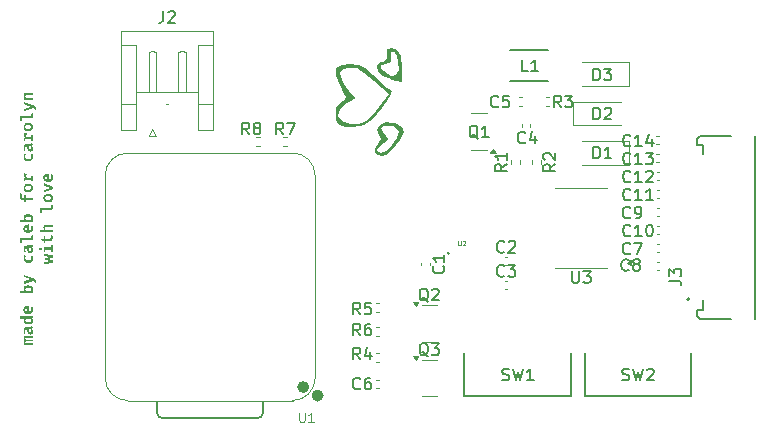
<source format=gbr>
%TF.GenerationSoftware,KiCad,Pcbnew,8.0.7*%
%TF.CreationDate,2025-01-13T19:39:37-06:00*%
%TF.ProjectId,love-letters,6c6f7665-2d6c-4657-9474-6572732e6b69,rev?*%
%TF.SameCoordinates,Original*%
%TF.FileFunction,Legend,Top*%
%TF.FilePolarity,Positive*%
%FSLAX46Y46*%
G04 Gerber Fmt 4.6, Leading zero omitted, Abs format (unit mm)*
G04 Created by KiCad (PCBNEW 8.0.7) date 2025-01-13 19:39:37*
%MOMM*%
%LPD*%
G01*
G04 APERTURE LIST*
%ADD10C,0.250000*%
%ADD11C,0.150000*%
%ADD12C,0.106680*%
%ADD13C,0.098716*%
%ADD14C,0.127000*%
%ADD15C,0.120000*%
%ADD16C,0.100000*%
%ADD17C,0.504000*%
%ADD18C,0.140000*%
%ADD19C,0.000000*%
G04 APERTURE END LIST*
D10*
G36*
X53368422Y-77102616D02*
G01*
X53375154Y-77053019D01*
X53397641Y-77008902D01*
X53416294Y-76989287D01*
X53462559Y-76963836D01*
X53511097Y-76952457D01*
X53564201Y-76947889D01*
X53586531Y-76947522D01*
X54150000Y-76947522D01*
X54150000Y-77112630D01*
X53606559Y-77112630D01*
X53555984Y-77115471D01*
X53533286Y-77120690D01*
X53511304Y-77158059D01*
X53526203Y-77206175D01*
X53561603Y-77243086D01*
X53579204Y-77255512D01*
X54150000Y-77255512D01*
X54150000Y-77398394D01*
X53606559Y-77398394D01*
X53555984Y-77401236D01*
X53533286Y-77406454D01*
X53511304Y-77443823D01*
X53526203Y-77491939D01*
X53561603Y-77528759D01*
X53579204Y-77541276D01*
X54150000Y-77541276D01*
X54150000Y-77708582D01*
X53384054Y-77708582D01*
X53384054Y-77567166D01*
X53464654Y-77554954D01*
X53426937Y-77522550D01*
X53394312Y-77483879D01*
X53373378Y-77437125D01*
X53368422Y-77394242D01*
X53376341Y-77344115D01*
X53388695Y-77317794D01*
X53425102Y-77283409D01*
X53457571Y-77269922D01*
X53421545Y-77235057D01*
X53393091Y-77196405D01*
X53373843Y-77149742D01*
X53368422Y-77102616D01*
G37*
G36*
X54164410Y-76162281D02*
G01*
X54155180Y-76211796D01*
X54137613Y-76257584D01*
X54133147Y-76265840D01*
X54102067Y-76303820D01*
X54058653Y-76331786D01*
X54095289Y-76367220D01*
X54124232Y-76409043D01*
X54139253Y-76440474D01*
X54155327Y-76490608D01*
X54163982Y-76542460D01*
X54165631Y-76577982D01*
X54161555Y-76633120D01*
X54149328Y-76682274D01*
X54125828Y-76730419D01*
X54100418Y-76762630D01*
X54060645Y-76795571D01*
X54014689Y-76817731D01*
X53962551Y-76829110D01*
X53930914Y-76830774D01*
X53881077Y-76826227D01*
X53830561Y-76809897D01*
X53786914Y-76781691D01*
X53750136Y-76741609D01*
X53746022Y-76735763D01*
X53720707Y-76690291D01*
X53701610Y-76637222D01*
X53690189Y-76585687D01*
X53683337Y-76528572D01*
X53681117Y-76476712D01*
X53681053Y-76465875D01*
X53681053Y-76434368D01*
X53790474Y-76434368D01*
X53792520Y-76483476D01*
X53800830Y-76534600D01*
X53819239Y-76580899D01*
X53823203Y-76587019D01*
X53859614Y-76620679D01*
X53907939Y-76633731D01*
X53915282Y-76633914D01*
X53967231Y-76624602D01*
X54005013Y-76592411D01*
X54021070Y-76543781D01*
X54022749Y-76516189D01*
X54015562Y-76467597D01*
X54000034Y-76429483D01*
X53970126Y-76387872D01*
X53934577Y-76359629D01*
X53790474Y-76359629D01*
X53790474Y-76434368D01*
X53681053Y-76434368D01*
X53681053Y-76359629D01*
X53639532Y-76359629D01*
X53590134Y-76366562D01*
X53546270Y-76394131D01*
X53540125Y-76401639D01*
X53517861Y-76448858D01*
X53509864Y-76497917D01*
X53509106Y-76521318D01*
X53512723Y-76571368D01*
X53519364Y-76613153D01*
X53530444Y-76661920D01*
X53545731Y-76711621D01*
X53550872Y-76725993D01*
X53419958Y-76771178D01*
X53402715Y-76721192D01*
X53388935Y-76670974D01*
X53379413Y-76625121D01*
X53371904Y-76575998D01*
X53367267Y-76526029D01*
X53366224Y-76491032D01*
X53368586Y-76433942D01*
X53375670Y-76382657D01*
X53389903Y-76330160D01*
X53410565Y-76285564D01*
X53433391Y-76253628D01*
X53470348Y-76219648D01*
X53514296Y-76195376D01*
X53565236Y-76180813D01*
X53615544Y-76176034D01*
X53623168Y-76175959D01*
X53941172Y-76175959D01*
X53989647Y-76169840D01*
X54004431Y-76163014D01*
X54032905Y-76123034D01*
X54033496Y-76121248D01*
X54164410Y-76162281D01*
G37*
G36*
X54144382Y-75459594D02*
G01*
X54054745Y-75471074D01*
X54092202Y-75502633D01*
X54125327Y-75543292D01*
X54135345Y-75559490D01*
X54154954Y-75605415D01*
X54164566Y-75657064D01*
X54165631Y-75682832D01*
X54161690Y-75734316D01*
X54148066Y-75785311D01*
X54124710Y-75829771D01*
X54115806Y-75841834D01*
X54080576Y-75877917D01*
X54037476Y-75907704D01*
X53991956Y-75929127D01*
X53975366Y-75935135D01*
X53928319Y-75948492D01*
X53877547Y-75958033D01*
X53823050Y-75963757D01*
X53772310Y-75965636D01*
X53764829Y-75965666D01*
X53715680Y-75963936D01*
X53662400Y-75957723D01*
X53612205Y-75946991D01*
X53565093Y-75931742D01*
X53559420Y-75929518D01*
X53511678Y-75906593D01*
X53470119Y-75878762D01*
X53431193Y-75842082D01*
X53417759Y-75825714D01*
X53390583Y-75781030D01*
X53373471Y-75731242D01*
X53366677Y-75682068D01*
X53366224Y-75664758D01*
X53370893Y-75613956D01*
X53509106Y-75613956D01*
X53517762Y-75663518D01*
X53546673Y-75707521D01*
X53570655Y-75727040D01*
X53616079Y-75748807D01*
X53669114Y-75761505D01*
X53718325Y-75766866D01*
X53766050Y-75768317D01*
X53816219Y-75766978D01*
X53867283Y-75762029D01*
X53915795Y-75751908D01*
X53961667Y-75732560D01*
X53965352Y-75730215D01*
X54002514Y-75694904D01*
X54021348Y-75647139D01*
X54022749Y-75627633D01*
X54013939Y-75577960D01*
X53994905Y-75544347D01*
X53961392Y-75508612D01*
X53925296Y-75481088D01*
X53584577Y-75481088D01*
X53547829Y-75514855D01*
X53529134Y-75540439D01*
X53511473Y-75586756D01*
X53509106Y-75613956D01*
X53370893Y-75613956D01*
X53371109Y-75611605D01*
X53385764Y-75563275D01*
X53410188Y-75519770D01*
X53444382Y-75481088D01*
X53064096Y-75481088D01*
X53084368Y-75291555D01*
X54144382Y-75291555D01*
X54144382Y-75459594D01*
G37*
G36*
X53794626Y-74398474D02*
G01*
X53821737Y-74400557D01*
X53821737Y-74899545D01*
X53871288Y-74892401D01*
X53918201Y-74877504D01*
X53962841Y-74849430D01*
X53975610Y-74836531D01*
X54004335Y-74792201D01*
X54019803Y-74741276D01*
X54022749Y-74703663D01*
X54019046Y-74653874D01*
X54006933Y-74604079D01*
X54005896Y-74601081D01*
X53985502Y-74553331D01*
X53960393Y-74509232D01*
X53958513Y-74506315D01*
X54066957Y-74427180D01*
X54097857Y-74469964D01*
X54121898Y-74514192D01*
X54138520Y-74553942D01*
X54152817Y-74601345D01*
X54161819Y-74651658D01*
X54165525Y-74704881D01*
X54165631Y-74715875D01*
X54163165Y-74767979D01*
X54155767Y-74816366D01*
X54141273Y-74867116D01*
X54120336Y-74913010D01*
X54114096Y-74923726D01*
X54081801Y-74967878D01*
X54043170Y-75005539D01*
X53998202Y-75036709D01*
X53970481Y-75051220D01*
X53922838Y-75070027D01*
X53871746Y-75083460D01*
X53817203Y-75091520D01*
X53766649Y-75094165D01*
X53759211Y-75094207D01*
X53709957Y-75092197D01*
X53656300Y-75084976D01*
X53605451Y-75072505D01*
X53557412Y-75054782D01*
X53551605Y-75052197D01*
X53507717Y-75028826D01*
X53464073Y-74996877D01*
X53426496Y-74958939D01*
X53404815Y-74930320D01*
X53378604Y-74882668D01*
X53362507Y-74835965D01*
X53353187Y-74785170D01*
X53350593Y-74737368D01*
X53350641Y-74736636D01*
X53493475Y-74736636D01*
X53501617Y-74788526D01*
X53526045Y-74832275D01*
X53542812Y-74849720D01*
X53587462Y-74877758D01*
X53636635Y-74893305D01*
X53690190Y-74901220D01*
X53696685Y-74901744D01*
X53696685Y-74581541D01*
X53646270Y-74585264D01*
X53598004Y-74596197D01*
X53550852Y-74618763D01*
X53547452Y-74621109D01*
X53512504Y-74658556D01*
X53496058Y-74704644D01*
X53493475Y-74736636D01*
X53350641Y-74736636D01*
X53354268Y-74680934D01*
X53365293Y-74629050D01*
X53383668Y-74581718D01*
X53409394Y-74538936D01*
X53442470Y-74500706D01*
X53455129Y-74488973D01*
X53497155Y-74457764D01*
X53544831Y-74433011D01*
X53598157Y-74414716D01*
X53646911Y-74404402D01*
X53699589Y-74398573D01*
X53744556Y-74397138D01*
X53794626Y-74398474D01*
G37*
G36*
X53813839Y-72667348D02*
G01*
X53867683Y-72673267D01*
X53918322Y-72683491D01*
X53965754Y-72698020D01*
X53971458Y-72700139D01*
X54019357Y-72722157D01*
X54061111Y-72749469D01*
X54100300Y-72786024D01*
X54113852Y-72802476D01*
X54141157Y-72847766D01*
X54158350Y-72899067D01*
X54165176Y-72950376D01*
X54165631Y-72968562D01*
X54161131Y-73020368D01*
X54144969Y-73073251D01*
X54117053Y-73119386D01*
X54077383Y-73158774D01*
X54071598Y-73163223D01*
X54144138Y-73171772D01*
X54144138Y-73339811D01*
X53084368Y-73339811D01*
X53064096Y-73150278D01*
X53473935Y-73150278D01*
X53436919Y-73117023D01*
X53404808Y-73076070D01*
X53395289Y-73060153D01*
X53375421Y-73013042D01*
X53373675Y-73003000D01*
X53509106Y-73003000D01*
X53518303Y-73052828D01*
X53538171Y-73086775D01*
X53572653Y-73122701D01*
X53609490Y-73150278D01*
X53944347Y-73150278D01*
X53982782Y-73118261D01*
X54002233Y-73092881D01*
X54020325Y-73045392D01*
X54022749Y-73017410D01*
X54014162Y-72967470D01*
X53985480Y-72923446D01*
X53961688Y-72904081D01*
X53916346Y-72882443D01*
X53863261Y-72869821D01*
X53813932Y-72864491D01*
X53766050Y-72863049D01*
X53715566Y-72864362D01*
X53664265Y-72869216D01*
X53615653Y-72879142D01*
X53569915Y-72898119D01*
X53566259Y-72900418D01*
X53529255Y-72935376D01*
X53510502Y-72983301D01*
X53509106Y-73003000D01*
X53373675Y-73003000D01*
X53366678Y-72962753D01*
X53366224Y-72947801D01*
X53370028Y-72894907D01*
X53384081Y-72840491D01*
X53408490Y-72793928D01*
X53443253Y-72755219D01*
X53474424Y-72732379D01*
X53525267Y-72706398D01*
X53574429Y-72689207D01*
X53628742Y-72676705D01*
X53677939Y-72669868D01*
X53730714Y-72666286D01*
X53764096Y-72665700D01*
X53813839Y-72667348D01*
G37*
G36*
X53399685Y-71790578D02*
G01*
X54161723Y-72048254D01*
X54211878Y-72067346D01*
X54257928Y-72089631D01*
X54299874Y-72115110D01*
X54343623Y-72148873D01*
X54381786Y-72186984D01*
X54413287Y-72230669D01*
X54437051Y-72281365D01*
X54451262Y-72330401D01*
X54459788Y-72384588D01*
X54462551Y-72433680D01*
X54462630Y-72443928D01*
X54333182Y-72467619D01*
X54324495Y-72418779D01*
X54310879Y-72370212D01*
X54300697Y-72345254D01*
X54273932Y-72301255D01*
X54243789Y-72271248D01*
X54201525Y-72243992D01*
X54156106Y-72223377D01*
X54156106Y-72288101D01*
X53399685Y-72537229D01*
X53399685Y-72336950D01*
X54031786Y-72164514D01*
X53399685Y-71984996D01*
X53399685Y-71790578D01*
G37*
G36*
X54022749Y-70374947D02*
G01*
X54018047Y-70326281D01*
X54003942Y-70280913D01*
X53980874Y-70235013D01*
X53955826Y-70195428D01*
X54075017Y-70109211D01*
X54102735Y-70149866D01*
X54126537Y-70196359D01*
X54140230Y-70230599D01*
X54154692Y-70280646D01*
X54163150Y-70333060D01*
X54165631Y-70382763D01*
X54163270Y-70433569D01*
X54154790Y-70487570D01*
X54140143Y-70537235D01*
X54119329Y-70582565D01*
X54116294Y-70587927D01*
X54085393Y-70632588D01*
X54048193Y-70670951D01*
X54004695Y-70703016D01*
X53977808Y-70718108D01*
X53931341Y-70737876D01*
X53881332Y-70751997D01*
X53827782Y-70760469D01*
X53778021Y-70763249D01*
X53770690Y-70763293D01*
X53720924Y-70761084D01*
X53666996Y-70753150D01*
X53616212Y-70739446D01*
X53568573Y-70719971D01*
X53562840Y-70717131D01*
X53519487Y-70691470D01*
X53481018Y-70660894D01*
X53447435Y-70625403D01*
X53418736Y-70584996D01*
X53395762Y-70540040D01*
X53379352Y-70490901D01*
X53369506Y-70437580D01*
X53366275Y-70387493D01*
X53366224Y-70380076D01*
X53368442Y-70330335D01*
X53376007Y-70279202D01*
X53388939Y-70231820D01*
X53408883Y-70183540D01*
X53435009Y-70138352D01*
X53455861Y-70109943D01*
X53573586Y-70193963D01*
X53546292Y-70237133D01*
X53525959Y-70281646D01*
X53512809Y-70330275D01*
X53509106Y-70374214D01*
X53515165Y-70423673D01*
X53535824Y-70471026D01*
X53571144Y-70510990D01*
X53617479Y-70538811D01*
X53665434Y-70553649D01*
X53715334Y-70561222D01*
X53772644Y-70563746D01*
X53829008Y-70561175D01*
X53877564Y-70553462D01*
X53928521Y-70535988D01*
X53966573Y-70510013D01*
X53998556Y-70469700D01*
X54017263Y-70422980D01*
X54022749Y-70374947D01*
G37*
G36*
X54164410Y-69276587D02*
G01*
X54155180Y-69326101D01*
X54137613Y-69371890D01*
X54133147Y-69380146D01*
X54102067Y-69418125D01*
X54058653Y-69446091D01*
X54095289Y-69481525D01*
X54124232Y-69523348D01*
X54139253Y-69554779D01*
X54155327Y-69604914D01*
X54163982Y-69656766D01*
X54165631Y-69692288D01*
X54161555Y-69747426D01*
X54149328Y-69796580D01*
X54125828Y-69844725D01*
X54100418Y-69876936D01*
X54060645Y-69909876D01*
X54014689Y-69932036D01*
X53962551Y-69943416D01*
X53930914Y-69945079D01*
X53881077Y-69940533D01*
X53830561Y-69924203D01*
X53786914Y-69895997D01*
X53750136Y-69855914D01*
X53746022Y-69850069D01*
X53720707Y-69804597D01*
X53701610Y-69751527D01*
X53690189Y-69699993D01*
X53683337Y-69642877D01*
X53681117Y-69591018D01*
X53681053Y-69580181D01*
X53681053Y-69548673D01*
X53790474Y-69548673D01*
X53792520Y-69597781D01*
X53800830Y-69648905D01*
X53819239Y-69695205D01*
X53823203Y-69701325D01*
X53859614Y-69734985D01*
X53907939Y-69748036D01*
X53915282Y-69748220D01*
X53967231Y-69738907D01*
X54005013Y-69706717D01*
X54021070Y-69658086D01*
X54022749Y-69630495D01*
X54015562Y-69581903D01*
X54000034Y-69543788D01*
X53970126Y-69502178D01*
X53934577Y-69473935D01*
X53790474Y-69473935D01*
X53790474Y-69548673D01*
X53681053Y-69548673D01*
X53681053Y-69473935D01*
X53639532Y-69473935D01*
X53590134Y-69480868D01*
X53546270Y-69508437D01*
X53540125Y-69515945D01*
X53517861Y-69563164D01*
X53509864Y-69612223D01*
X53509106Y-69635624D01*
X53512723Y-69685673D01*
X53519364Y-69727459D01*
X53530444Y-69776225D01*
X53545731Y-69825927D01*
X53550872Y-69840299D01*
X53419958Y-69885484D01*
X53402715Y-69835497D01*
X53388935Y-69785280D01*
X53379413Y-69739427D01*
X53371904Y-69690303D01*
X53367267Y-69640335D01*
X53366224Y-69605338D01*
X53368586Y-69548248D01*
X53375670Y-69496962D01*
X53389903Y-69444466D01*
X53410565Y-69399870D01*
X53433391Y-69367933D01*
X53470348Y-69333953D01*
X53514296Y-69309682D01*
X53565236Y-69295119D01*
X53615544Y-69290340D01*
X53623168Y-69290264D01*
X53941172Y-69290264D01*
X53989647Y-69284146D01*
X54004431Y-69277319D01*
X54032905Y-69237340D01*
X54033496Y-69235554D01*
X54164410Y-69276587D01*
G37*
G36*
X53069225Y-68674284D02*
G01*
X53929692Y-68674284D01*
X53979398Y-68663951D01*
X54001500Y-68644975D01*
X54020238Y-68597876D01*
X54022749Y-68566573D01*
X54017880Y-68516205D01*
X54015910Y-68507222D01*
X54001511Y-68459030D01*
X53999057Y-68452511D01*
X54122889Y-68405861D01*
X54141845Y-68453921D01*
X54152930Y-68493056D01*
X54162047Y-68544737D01*
X54165433Y-68595344D01*
X54165631Y-68612002D01*
X54162230Y-68663410D01*
X54150014Y-68715121D01*
X54128914Y-68759321D01*
X54094556Y-68800069D01*
X54050518Y-68830884D01*
X54004787Y-68849809D01*
X53952859Y-68860766D01*
X53902337Y-68863816D01*
X53212107Y-68863816D01*
X53212107Y-69091451D01*
X53069225Y-69091451D01*
X53069225Y-68674284D01*
G37*
G36*
X53794626Y-67512779D02*
G01*
X53821737Y-67514863D01*
X53821737Y-68013851D01*
X53871288Y-68006707D01*
X53918201Y-67991809D01*
X53962841Y-67963736D01*
X53975610Y-67950836D01*
X54004335Y-67906506D01*
X54019803Y-67855582D01*
X54022749Y-67817968D01*
X54019046Y-67768180D01*
X54006933Y-67718385D01*
X54005896Y-67715386D01*
X53985502Y-67667637D01*
X53960393Y-67623537D01*
X53958513Y-67620620D01*
X54066957Y-67541485D01*
X54097857Y-67584270D01*
X54121898Y-67628498D01*
X54138520Y-67668248D01*
X54152817Y-67715651D01*
X54161819Y-67765964D01*
X54165525Y-67819187D01*
X54165631Y-67830181D01*
X54163165Y-67882285D01*
X54155767Y-67930672D01*
X54141273Y-67981421D01*
X54120336Y-68027316D01*
X54114096Y-68038031D01*
X54081801Y-68082184D01*
X54043170Y-68119845D01*
X53998202Y-68151014D01*
X53970481Y-68165526D01*
X53922838Y-68184333D01*
X53871746Y-68197766D01*
X53817203Y-68205826D01*
X53766649Y-68208471D01*
X53759211Y-68208513D01*
X53709957Y-68206502D01*
X53656300Y-68199282D01*
X53605451Y-68186810D01*
X53557412Y-68169088D01*
X53551605Y-68166503D01*
X53507717Y-68143132D01*
X53464073Y-68111183D01*
X53426496Y-68073245D01*
X53404815Y-68044626D01*
X53378604Y-67996974D01*
X53362507Y-67950270D01*
X53353187Y-67899475D01*
X53350593Y-67851674D01*
X53350641Y-67850941D01*
X53493475Y-67850941D01*
X53501617Y-67902832D01*
X53526045Y-67946580D01*
X53542812Y-67964026D01*
X53587462Y-67992064D01*
X53636635Y-68007611D01*
X53690190Y-68015525D01*
X53696685Y-68016049D01*
X53696685Y-67695847D01*
X53646270Y-67699569D01*
X53598004Y-67710503D01*
X53550852Y-67733069D01*
X53547452Y-67735414D01*
X53512504Y-67772862D01*
X53496058Y-67818949D01*
X53493475Y-67850941D01*
X53350641Y-67850941D01*
X53354268Y-67795239D01*
X53365293Y-67743356D01*
X53383668Y-67696023D01*
X53409394Y-67653242D01*
X53442470Y-67615011D01*
X53455129Y-67603279D01*
X53497155Y-67572069D01*
X53544831Y-67547317D01*
X53598157Y-67529021D01*
X53646911Y-67518708D01*
X53699589Y-67512879D01*
X53744556Y-67511444D01*
X53794626Y-67512779D01*
G37*
G36*
X53813839Y-66642366D02*
G01*
X53867683Y-66648285D01*
X53918322Y-66658509D01*
X53965754Y-66673037D01*
X53971458Y-66675156D01*
X54019357Y-66697174D01*
X54061111Y-66724486D01*
X54100300Y-66761042D01*
X54113852Y-66777494D01*
X54141157Y-66822784D01*
X54158350Y-66874084D01*
X54165176Y-66925394D01*
X54165631Y-66943579D01*
X54161131Y-66995386D01*
X54144969Y-67048268D01*
X54117053Y-67094403D01*
X54077383Y-67133791D01*
X54071598Y-67138241D01*
X54144138Y-67146789D01*
X54144138Y-67314828D01*
X53084368Y-67314828D01*
X53064096Y-67125296D01*
X53473935Y-67125296D01*
X53436919Y-67092040D01*
X53404808Y-67051088D01*
X53395289Y-67035170D01*
X53375421Y-66988060D01*
X53373675Y-66978017D01*
X53509106Y-66978017D01*
X53518303Y-67027846D01*
X53538171Y-67061793D01*
X53572653Y-67097718D01*
X53609490Y-67125296D01*
X53944347Y-67125296D01*
X53982782Y-67093278D01*
X54002233Y-67067899D01*
X54020325Y-67020409D01*
X54022749Y-66992428D01*
X54014162Y-66942488D01*
X53985480Y-66898463D01*
X53961688Y-66879099D01*
X53916346Y-66857460D01*
X53863261Y-66844838D01*
X53813932Y-66839509D01*
X53766050Y-66838066D01*
X53715566Y-66839380D01*
X53664265Y-66844233D01*
X53615653Y-66854160D01*
X53569915Y-66873136D01*
X53566259Y-66875435D01*
X53529255Y-66910393D01*
X53510502Y-66958318D01*
X53509106Y-66978017D01*
X53373675Y-66978017D01*
X53366678Y-66937771D01*
X53366224Y-66922818D01*
X53370028Y-66869925D01*
X53384081Y-66815508D01*
X53408490Y-66768945D01*
X53443253Y-66730237D01*
X53474424Y-66707396D01*
X53525267Y-66681415D01*
X53574429Y-66664225D01*
X53628742Y-66651722D01*
X53677939Y-66644885D01*
X53730714Y-66641304D01*
X53764096Y-66640718D01*
X53813839Y-66642366D01*
G37*
G36*
X53055792Y-65121772D02*
G01*
X53057235Y-65071488D01*
X53062100Y-65021440D01*
X53068004Y-64987194D01*
X53080372Y-64937773D01*
X53097360Y-64888972D01*
X53101221Y-64879727D01*
X53229692Y-64934193D01*
X53213446Y-64980731D01*
X53206001Y-65014060D01*
X53199883Y-65063453D01*
X53198674Y-65097347D01*
X53203067Y-65148807D01*
X53220538Y-65194877D01*
X53225296Y-65201395D01*
X53268018Y-65228926D01*
X53310048Y-65234368D01*
X53428750Y-65234368D01*
X53428750Y-64983042D01*
X53571632Y-65003802D01*
X53571632Y-65234368D01*
X54141939Y-65234368D01*
X54141939Y-65423167D01*
X53571632Y-65423167D01*
X53571632Y-65590474D01*
X53428750Y-65590474D01*
X53428750Y-65423167D01*
X53305408Y-65423167D01*
X53253262Y-65418176D01*
X53206001Y-65403200D01*
X53163625Y-65378242D01*
X53126133Y-65343300D01*
X53095359Y-65299412D01*
X53073377Y-65247862D01*
X53061356Y-65196469D01*
X53056410Y-65147748D01*
X53055792Y-65121772D01*
G37*
G36*
X53819873Y-64065001D02*
G01*
X53871954Y-64071798D01*
X53920337Y-64083128D01*
X53973517Y-64102706D01*
X54021374Y-64128809D01*
X54057187Y-64155547D01*
X54094041Y-64192956D01*
X54123270Y-64235758D01*
X54144874Y-64283952D01*
X54158853Y-64337538D01*
X54164678Y-64386313D01*
X54165631Y-64417375D01*
X54163025Y-64468467D01*
X54153019Y-64524818D01*
X54135508Y-64575760D01*
X54110492Y-64621292D01*
X54077971Y-64661415D01*
X54058897Y-64679448D01*
X54015989Y-64710906D01*
X53967500Y-64735856D01*
X53913430Y-64754298D01*
X53864108Y-64764694D01*
X53810910Y-64770569D01*
X53765561Y-64772016D01*
X53715092Y-64770029D01*
X53660732Y-64762893D01*
X53609915Y-64750566D01*
X53562638Y-64733049D01*
X53556978Y-64730495D01*
X53509431Y-64704045D01*
X53468183Y-64671684D01*
X53433233Y-64633412D01*
X53416538Y-64609594D01*
X53392217Y-64562239D01*
X53377280Y-64515604D01*
X53368632Y-64464694D01*
X53366224Y-64416642D01*
X53509106Y-64416642D01*
X53516437Y-64466732D01*
X53541155Y-64510380D01*
X53571144Y-64535589D01*
X53616787Y-64556197D01*
X53669612Y-64568218D01*
X53718392Y-64573294D01*
X53765561Y-64574668D01*
X53820671Y-64572821D01*
X53875209Y-64566188D01*
X53925800Y-64552961D01*
X53961200Y-64536077D01*
X53998706Y-64501181D01*
X54018902Y-64454744D01*
X54022749Y-64417375D01*
X54015476Y-64367483D01*
X53990953Y-64324115D01*
X53961200Y-64299162D01*
X53915399Y-64278682D01*
X53861902Y-64266736D01*
X53812253Y-64261692D01*
X53764096Y-64260327D01*
X53709855Y-64262185D01*
X53656079Y-64268860D01*
X53606055Y-64282172D01*
X53570900Y-64299162D01*
X53533244Y-64333772D01*
X53512968Y-64379716D01*
X53509106Y-64416642D01*
X53366224Y-64416642D01*
X53369308Y-64362131D01*
X53378558Y-64311923D01*
X53396337Y-64260586D01*
X53415561Y-64224423D01*
X53446501Y-64182905D01*
X53483817Y-64147375D01*
X53527508Y-64117835D01*
X53554535Y-64104012D01*
X53601247Y-64085953D01*
X53651744Y-64073054D01*
X53706027Y-64065314D01*
X53756630Y-64062775D01*
X53764096Y-64062735D01*
X53819873Y-64065001D01*
G37*
G36*
X54150000Y-63864654D02*
G01*
X54024947Y-63864654D01*
X54024947Y-63757675D01*
X53524738Y-63757675D01*
X53524738Y-63864654D01*
X53399685Y-63864654D01*
X53399685Y-63613572D01*
X53566503Y-63578157D01*
X53520631Y-63556053D01*
X53476142Y-63527974D01*
X53435546Y-63492788D01*
X53418736Y-63473621D01*
X53392204Y-63430936D01*
X53375498Y-63381953D01*
X53368865Y-63332486D01*
X53368422Y-63314863D01*
X53373368Y-63264854D01*
X53377215Y-63250383D01*
X53395466Y-63204028D01*
X53399685Y-63195672D01*
X53681053Y-63229378D01*
X53681053Y-63355652D01*
X53541835Y-63355652D01*
X53552435Y-63404164D01*
X53575502Y-63447943D01*
X53607292Y-63483635D01*
X53647754Y-63514976D01*
X53690451Y-63539349D01*
X53739099Y-63560090D01*
X53762630Y-63568143D01*
X54024947Y-63568143D01*
X54024947Y-63416712D01*
X54150000Y-63416712D01*
X54150000Y-63864654D01*
G37*
G36*
X54022749Y-61767829D02*
G01*
X54018047Y-61719163D01*
X54003942Y-61673795D01*
X53980874Y-61627895D01*
X53955826Y-61588310D01*
X54075017Y-61502093D01*
X54102735Y-61542748D01*
X54126537Y-61589241D01*
X54140230Y-61623481D01*
X54154692Y-61673528D01*
X54163150Y-61725942D01*
X54165631Y-61775645D01*
X54163270Y-61826451D01*
X54154790Y-61880452D01*
X54140143Y-61930117D01*
X54119329Y-61975447D01*
X54116294Y-61980809D01*
X54085393Y-62025470D01*
X54048193Y-62063833D01*
X54004695Y-62095898D01*
X53977808Y-62110990D01*
X53931341Y-62130758D01*
X53881332Y-62144879D01*
X53827782Y-62153351D01*
X53778021Y-62156131D01*
X53770690Y-62156175D01*
X53720924Y-62153966D01*
X53666996Y-62146032D01*
X53616212Y-62132328D01*
X53568573Y-62112853D01*
X53562840Y-62110013D01*
X53519487Y-62084352D01*
X53481018Y-62053776D01*
X53447435Y-62018285D01*
X53418736Y-61977878D01*
X53395762Y-61932922D01*
X53379352Y-61883783D01*
X53369506Y-61830462D01*
X53366275Y-61780375D01*
X53366224Y-61772958D01*
X53368442Y-61723217D01*
X53376007Y-61672084D01*
X53388939Y-61624703D01*
X53408883Y-61576423D01*
X53435009Y-61531234D01*
X53455861Y-61502825D01*
X53573586Y-61586845D01*
X53546292Y-61630015D01*
X53525959Y-61674528D01*
X53512809Y-61723157D01*
X53509106Y-61767096D01*
X53515165Y-61816555D01*
X53535824Y-61863908D01*
X53571144Y-61903872D01*
X53617479Y-61931693D01*
X53665434Y-61946531D01*
X53715334Y-61954104D01*
X53772644Y-61956629D01*
X53829008Y-61954057D01*
X53877564Y-61946344D01*
X53928521Y-61928870D01*
X53966573Y-61902895D01*
X53998556Y-61862582D01*
X54017263Y-61815862D01*
X54022749Y-61767829D01*
G37*
G36*
X54164410Y-60669469D02*
G01*
X54155180Y-60718983D01*
X54137613Y-60764772D01*
X54133147Y-60773028D01*
X54102067Y-60811007D01*
X54058653Y-60838973D01*
X54095289Y-60874408D01*
X54124232Y-60916230D01*
X54139253Y-60947661D01*
X54155327Y-60997796D01*
X54163982Y-61049648D01*
X54165631Y-61085170D01*
X54161555Y-61140308D01*
X54149328Y-61189462D01*
X54125828Y-61237607D01*
X54100418Y-61269818D01*
X54060645Y-61302758D01*
X54014689Y-61324918D01*
X53962551Y-61336298D01*
X53930914Y-61337961D01*
X53881077Y-61333415D01*
X53830561Y-61317085D01*
X53786914Y-61288879D01*
X53750136Y-61248796D01*
X53746022Y-61242951D01*
X53720707Y-61197479D01*
X53701610Y-61144409D01*
X53690189Y-61092875D01*
X53683337Y-61035760D01*
X53681117Y-60983900D01*
X53681053Y-60973063D01*
X53681053Y-60941555D01*
X53790474Y-60941555D01*
X53792520Y-60990663D01*
X53800830Y-61041787D01*
X53819239Y-61088087D01*
X53823203Y-61094207D01*
X53859614Y-61127867D01*
X53907939Y-61140918D01*
X53915282Y-61141102D01*
X53967231Y-61131789D01*
X54005013Y-61099599D01*
X54021070Y-61050968D01*
X54022749Y-61023377D01*
X54015562Y-60974785D01*
X54000034Y-60936670D01*
X53970126Y-60895060D01*
X53934577Y-60866817D01*
X53790474Y-60866817D01*
X53790474Y-60941555D01*
X53681053Y-60941555D01*
X53681053Y-60866817D01*
X53639532Y-60866817D01*
X53590134Y-60873750D01*
X53546270Y-60901319D01*
X53540125Y-60908827D01*
X53517861Y-60956046D01*
X53509864Y-61005105D01*
X53509106Y-61028506D01*
X53512723Y-61078555D01*
X53519364Y-61120341D01*
X53530444Y-61169108D01*
X53545731Y-61218809D01*
X53550872Y-61233181D01*
X53419958Y-61278366D01*
X53402715Y-61228379D01*
X53388935Y-61178162D01*
X53379413Y-61132309D01*
X53371904Y-61083185D01*
X53367267Y-61033217D01*
X53366224Y-60998220D01*
X53368586Y-60941130D01*
X53375670Y-60889844D01*
X53389903Y-60837348D01*
X53410565Y-60792752D01*
X53433391Y-60760816D01*
X53470348Y-60726835D01*
X53514296Y-60702564D01*
X53565236Y-60688001D01*
X53615544Y-60683222D01*
X53623168Y-60683146D01*
X53941172Y-60683146D01*
X53989647Y-60677028D01*
X54004431Y-60670201D01*
X54032905Y-60630222D01*
X54033496Y-60628436D01*
X54164410Y-60669469D01*
G37*
G36*
X54150000Y-60421806D02*
G01*
X54024947Y-60421806D01*
X54024947Y-60314828D01*
X53524738Y-60314828D01*
X53524738Y-60421806D01*
X53399685Y-60421806D01*
X53399685Y-60170725D01*
X53566503Y-60135310D01*
X53520631Y-60113206D01*
X53476142Y-60085127D01*
X53435546Y-60049941D01*
X53418736Y-60030774D01*
X53392204Y-59988088D01*
X53375498Y-59939106D01*
X53368865Y-59889639D01*
X53368422Y-59872016D01*
X53373368Y-59822007D01*
X53377215Y-59807536D01*
X53395466Y-59761181D01*
X53399685Y-59752825D01*
X53681053Y-59786531D01*
X53681053Y-59912804D01*
X53541835Y-59912804D01*
X53552435Y-59961317D01*
X53575502Y-60005096D01*
X53607292Y-60040788D01*
X53647754Y-60072129D01*
X53690451Y-60096502D01*
X53739099Y-60117243D01*
X53762630Y-60125296D01*
X54024947Y-60125296D01*
X54024947Y-59973865D01*
X54150000Y-59973865D01*
X54150000Y-60421806D01*
G37*
G36*
X53819873Y-58900730D02*
G01*
X53871954Y-58907528D01*
X53920337Y-58918857D01*
X53973517Y-58938435D01*
X54021374Y-58964538D01*
X54057187Y-58991276D01*
X54094041Y-59028685D01*
X54123270Y-59071487D01*
X54144874Y-59119681D01*
X54158853Y-59173268D01*
X54164678Y-59222042D01*
X54165631Y-59253104D01*
X54163025Y-59304196D01*
X54153019Y-59360548D01*
X54135508Y-59411490D01*
X54110492Y-59457022D01*
X54077971Y-59497144D01*
X54058897Y-59515177D01*
X54015989Y-59546636D01*
X53967500Y-59571586D01*
X53913430Y-59590027D01*
X53864108Y-59600423D01*
X53810910Y-59606299D01*
X53765561Y-59607745D01*
X53715092Y-59605758D01*
X53660732Y-59598622D01*
X53609915Y-59586295D01*
X53562638Y-59568778D01*
X53556978Y-59566224D01*
X53509431Y-59539775D01*
X53468183Y-59507414D01*
X53433233Y-59469141D01*
X53416538Y-59445324D01*
X53392217Y-59397968D01*
X53377280Y-59351333D01*
X53368632Y-59300424D01*
X53366224Y-59252372D01*
X53509106Y-59252372D01*
X53516437Y-59302461D01*
X53541155Y-59346110D01*
X53571144Y-59371318D01*
X53616787Y-59391926D01*
X53669612Y-59403947D01*
X53718392Y-59409023D01*
X53765561Y-59410397D01*
X53820671Y-59408550D01*
X53875209Y-59401918D01*
X53925800Y-59388690D01*
X53961200Y-59371806D01*
X53998706Y-59336910D01*
X54018902Y-59290474D01*
X54022749Y-59253104D01*
X54015476Y-59203212D01*
X53990953Y-59159844D01*
X53961200Y-59134891D01*
X53915399Y-59114412D01*
X53861902Y-59102466D01*
X53812253Y-59097422D01*
X53764096Y-59096056D01*
X53709855Y-59097915D01*
X53656079Y-59104589D01*
X53606055Y-59117901D01*
X53570900Y-59134891D01*
X53533244Y-59169501D01*
X53512968Y-59215445D01*
X53509106Y-59252372D01*
X53366224Y-59252372D01*
X53369308Y-59197860D01*
X53378558Y-59147653D01*
X53396337Y-59096315D01*
X53415561Y-59060153D01*
X53446501Y-59018634D01*
X53483817Y-58983104D01*
X53527508Y-58953564D01*
X53554535Y-58939741D01*
X53601247Y-58921682D01*
X53651744Y-58908783D01*
X53706027Y-58901044D01*
X53756630Y-58898504D01*
X53764096Y-58898464D01*
X53819873Y-58900730D01*
G37*
G36*
X53069225Y-58345742D02*
G01*
X53929692Y-58345742D01*
X53979398Y-58335410D01*
X54001500Y-58316433D01*
X54020238Y-58269335D01*
X54022749Y-58238031D01*
X54017880Y-58187664D01*
X54015910Y-58178680D01*
X54001511Y-58130488D01*
X53999057Y-58123970D01*
X54122889Y-58077319D01*
X54141845Y-58125380D01*
X54152930Y-58164514D01*
X54162047Y-58216195D01*
X54165433Y-58266802D01*
X54165631Y-58283460D01*
X54162230Y-58334868D01*
X54150014Y-58386579D01*
X54128914Y-58430779D01*
X54094556Y-58471527D01*
X54050518Y-58502343D01*
X54004787Y-58521268D01*
X53952859Y-58532224D01*
X53902337Y-58535275D01*
X53212107Y-58535275D01*
X53212107Y-58762909D01*
X53069225Y-58762909D01*
X53069225Y-58345742D01*
G37*
G36*
X53399685Y-57158478D02*
G01*
X54161723Y-57416154D01*
X54211878Y-57435245D01*
X54257928Y-57457530D01*
X54299874Y-57483010D01*
X54343623Y-57516773D01*
X54381786Y-57554884D01*
X54413287Y-57598568D01*
X54437051Y-57649265D01*
X54451262Y-57698300D01*
X54459788Y-57752488D01*
X54462551Y-57801580D01*
X54462630Y-57811827D01*
X54333182Y-57835519D01*
X54324495Y-57786679D01*
X54310879Y-57738112D01*
X54300697Y-57713153D01*
X54273932Y-57669155D01*
X54243789Y-57639148D01*
X54201525Y-57611891D01*
X54156106Y-57591276D01*
X54156106Y-57656000D01*
X53399685Y-57905128D01*
X53399685Y-57704849D01*
X54031786Y-57532414D01*
X53399685Y-57352895D01*
X53399685Y-57158478D01*
G37*
G36*
X54150000Y-56986287D02*
G01*
X53384054Y-56986287D01*
X53384054Y-56821178D01*
X53484193Y-56807501D01*
X53444849Y-56769027D01*
X53413645Y-56727427D01*
X53390582Y-56682702D01*
X53375658Y-56634852D01*
X53368875Y-56583876D01*
X53368422Y-56566189D01*
X53373117Y-56512666D01*
X53389346Y-56462033D01*
X53417167Y-56420703D01*
X53427773Y-56410118D01*
X53469390Y-56381524D01*
X53520357Y-56363521D01*
X53574221Y-56356372D01*
X53593859Y-56355896D01*
X54150000Y-56355896D01*
X54150000Y-56545428D01*
X53668841Y-56545428D01*
X53620021Y-56547146D01*
X53571247Y-56554513D01*
X53547208Y-56563014D01*
X53515547Y-56603240D01*
X53511304Y-56637996D01*
X53521196Y-56688469D01*
X53542568Y-56724947D01*
X53577311Y-56762927D01*
X53616205Y-56794762D01*
X53619016Y-56796754D01*
X54150000Y-56796754D01*
X54150000Y-56986287D01*
G37*
G36*
X55830000Y-70140230D02*
G01*
X55830000Y-70362735D01*
X55310495Y-70439671D01*
X55830000Y-70521493D01*
X55830000Y-70739602D01*
X55064054Y-70860990D01*
X55064054Y-70682937D01*
X55714228Y-70616992D01*
X55173475Y-70522958D01*
X55173475Y-70348325D01*
X55714228Y-70262107D01*
X55064054Y-70194696D01*
X55064054Y-70023970D01*
X55830000Y-70140230D01*
G37*
G36*
X54688897Y-69582379D02*
G01*
X54697720Y-69532862D01*
X54720160Y-69497871D01*
X54762710Y-69470136D01*
X54798073Y-69464654D01*
X54848014Y-69476364D01*
X54876231Y-69497871D01*
X54901708Y-69540839D01*
X54907739Y-69582379D01*
X54898846Y-69632659D01*
X54876231Y-69667864D01*
X54833360Y-69695395D01*
X54798073Y-69700837D01*
X54748101Y-69689213D01*
X54720160Y-69667864D01*
X54694881Y-69624587D01*
X54688897Y-69582379D01*
G37*
G36*
X55064054Y-69459769D02*
G01*
X55687117Y-69459769D01*
X55687117Y-69259246D01*
X55830000Y-69259246D01*
X55830000Y-69871807D01*
X55687117Y-69871807D01*
X55687117Y-69649302D01*
X55206936Y-69649302D01*
X55206936Y-69864480D01*
X55064054Y-69864480D01*
X55064054Y-69459769D01*
G37*
G36*
X55784815Y-68379972D02*
G01*
X55807680Y-68423556D01*
X55825245Y-68471401D01*
X55828534Y-68482554D01*
X55839604Y-68533223D01*
X55844813Y-68582928D01*
X55845631Y-68613223D01*
X55843124Y-68663092D01*
X55833861Y-68715129D01*
X55814917Y-68766500D01*
X55787058Y-68809231D01*
X55774312Y-68823028D01*
X55735584Y-68853803D01*
X55690964Y-68875784D01*
X55640452Y-68888974D01*
X55591420Y-68893301D01*
X55584047Y-68893370D01*
X55204738Y-68893370D01*
X55204738Y-69058478D01*
X55061856Y-69058478D01*
X55061856Y-68893370D01*
X54894794Y-68893370D01*
X54871835Y-68703838D01*
X55061856Y-68703838D01*
X55061856Y-68452512D01*
X55204738Y-68471807D01*
X55204738Y-68703838D01*
X55588932Y-68703838D01*
X55640101Y-68696693D01*
X55675394Y-68675261D01*
X55698234Y-68628637D01*
X55702749Y-68582449D01*
X55698647Y-68531644D01*
X55693224Y-68507466D01*
X55676404Y-68461593D01*
X55668311Y-68445429D01*
X55784815Y-68379972D01*
G37*
G36*
X54746294Y-67986008D02*
G01*
X55154668Y-67986008D01*
X55117700Y-67948822D01*
X55088493Y-67908339D01*
X55073335Y-67879518D01*
X55055782Y-67830408D01*
X55047177Y-67779525D01*
X55046224Y-67755443D01*
X55049934Y-67706304D01*
X55062975Y-67658796D01*
X55088477Y-67615662D01*
X55105575Y-67597906D01*
X55147345Y-67570085D01*
X55198464Y-67552568D01*
X55252465Y-67545613D01*
X55272149Y-67545149D01*
X55829755Y-67545149D01*
X55829755Y-67734682D01*
X55315624Y-67734682D01*
X55266155Y-67738189D01*
X55219753Y-67754624D01*
X55217927Y-67755931D01*
X55191921Y-67799012D01*
X55189106Y-67827983D01*
X55198766Y-67877863D01*
X55219637Y-67914200D01*
X55253525Y-67952180D01*
X55291396Y-67984015D01*
X55294131Y-67986008D01*
X55829755Y-67986008D01*
X55829755Y-68175540D01*
X54765101Y-68175540D01*
X54746294Y-67986008D01*
G37*
G36*
X54749225Y-66092149D02*
G01*
X55609692Y-66092149D01*
X55659398Y-66081816D01*
X55681500Y-66062840D01*
X55700238Y-66015741D01*
X55702749Y-65984438D01*
X55697880Y-65934070D01*
X55695910Y-65925087D01*
X55681511Y-65876894D01*
X55679057Y-65870376D01*
X55802889Y-65823726D01*
X55821845Y-65871786D01*
X55832930Y-65910921D01*
X55842047Y-65962602D01*
X55845433Y-66013209D01*
X55845631Y-66029867D01*
X55842230Y-66081275D01*
X55830014Y-66132986D01*
X55808914Y-66177186D01*
X55774556Y-66217934D01*
X55730518Y-66248749D01*
X55684787Y-66267674D01*
X55632859Y-66278631D01*
X55582337Y-66281681D01*
X54892107Y-66281681D01*
X54892107Y-66509316D01*
X54749225Y-66509316D01*
X54749225Y-66092149D01*
G37*
G36*
X55499873Y-64925713D02*
G01*
X55551954Y-64932510D01*
X55600337Y-64943840D01*
X55653517Y-64963418D01*
X55701374Y-64989521D01*
X55737187Y-65016259D01*
X55774041Y-65053668D01*
X55803270Y-65096470D01*
X55824874Y-65144664D01*
X55838853Y-65198250D01*
X55844678Y-65247025D01*
X55845631Y-65278087D01*
X55843025Y-65329179D01*
X55833019Y-65385531D01*
X55815508Y-65436472D01*
X55790492Y-65482005D01*
X55757971Y-65522127D01*
X55738897Y-65540160D01*
X55695989Y-65571619D01*
X55647500Y-65596569D01*
X55593430Y-65615010D01*
X55544108Y-65625406D01*
X55490910Y-65631282D01*
X55445561Y-65632728D01*
X55395092Y-65630741D01*
X55340732Y-65623605D01*
X55289915Y-65611278D01*
X55242638Y-65593761D01*
X55236978Y-65591207D01*
X55189431Y-65564758D01*
X55148183Y-65532397D01*
X55113233Y-65494124D01*
X55096538Y-65470306D01*
X55072217Y-65422951D01*
X55057280Y-65376316D01*
X55048632Y-65325407D01*
X55046224Y-65277355D01*
X55189106Y-65277355D01*
X55196437Y-65327444D01*
X55221155Y-65371093D01*
X55251144Y-65396301D01*
X55296787Y-65416909D01*
X55349612Y-65428930D01*
X55398392Y-65434006D01*
X55445561Y-65435380D01*
X55500671Y-65433533D01*
X55555209Y-65426900D01*
X55605800Y-65413673D01*
X55641200Y-65396789D01*
X55678706Y-65361893D01*
X55698902Y-65315457D01*
X55702749Y-65278087D01*
X55695476Y-65228195D01*
X55670953Y-65184827D01*
X55641200Y-65159874D01*
X55595399Y-65139395D01*
X55541902Y-65127448D01*
X55492253Y-65122404D01*
X55444096Y-65121039D01*
X55389855Y-65122898D01*
X55336079Y-65129572D01*
X55286055Y-65142884D01*
X55250900Y-65159874D01*
X55213244Y-65194484D01*
X55192968Y-65240428D01*
X55189106Y-65277355D01*
X55046224Y-65277355D01*
X55049308Y-65222843D01*
X55058558Y-65172636D01*
X55076337Y-65121298D01*
X55095561Y-65085136D01*
X55126501Y-65043617D01*
X55163817Y-65008087D01*
X55207508Y-64978547D01*
X55234535Y-64964724D01*
X55281247Y-64946665D01*
X55331744Y-64933766D01*
X55386027Y-64926027D01*
X55436630Y-64923487D01*
X55444096Y-64923447D01*
X55499873Y-64925713D01*
G37*
G36*
X55071870Y-64044172D02*
G01*
X55830000Y-64305512D01*
X55830000Y-64528018D01*
X55071870Y-64790823D01*
X55071870Y-64586880D01*
X55681011Y-64413956D01*
X55071870Y-64237124D01*
X55071870Y-64044172D01*
G37*
G36*
X55474626Y-63209221D02*
G01*
X55501737Y-63211304D01*
X55501737Y-63710293D01*
X55551288Y-63703148D01*
X55598201Y-63688251D01*
X55642841Y-63660177D01*
X55655610Y-63647278D01*
X55684335Y-63602948D01*
X55699803Y-63552023D01*
X55702749Y-63514410D01*
X55699046Y-63464621D01*
X55686933Y-63414826D01*
X55685896Y-63411828D01*
X55665502Y-63364078D01*
X55640393Y-63319979D01*
X55638513Y-63317062D01*
X55746957Y-63237927D01*
X55777857Y-63280711D01*
X55801898Y-63324939D01*
X55818520Y-63364689D01*
X55832817Y-63412092D01*
X55841819Y-63462405D01*
X55845525Y-63515628D01*
X55845631Y-63526622D01*
X55843165Y-63578726D01*
X55835767Y-63627114D01*
X55821273Y-63677863D01*
X55800336Y-63723757D01*
X55794096Y-63734473D01*
X55761801Y-63778625D01*
X55723170Y-63816286D01*
X55678202Y-63847456D01*
X55650481Y-63861967D01*
X55602838Y-63880774D01*
X55551746Y-63894207D01*
X55497203Y-63902267D01*
X55446649Y-63904912D01*
X55439211Y-63904954D01*
X55389957Y-63902944D01*
X55336300Y-63895723D01*
X55285451Y-63883252D01*
X55237412Y-63865529D01*
X55231605Y-63862944D01*
X55187717Y-63839573D01*
X55144073Y-63807624D01*
X55106496Y-63769686D01*
X55084815Y-63741067D01*
X55058604Y-63693415D01*
X55042507Y-63646712D01*
X55033187Y-63595917D01*
X55030593Y-63548115D01*
X55030641Y-63547383D01*
X55173475Y-63547383D01*
X55181617Y-63599273D01*
X55206045Y-63643022D01*
X55222812Y-63660467D01*
X55267462Y-63688505D01*
X55316635Y-63704052D01*
X55370190Y-63711967D01*
X55376685Y-63712491D01*
X55376685Y-63392288D01*
X55326270Y-63396011D01*
X55278004Y-63406944D01*
X55230852Y-63429510D01*
X55227452Y-63431856D01*
X55192504Y-63469303D01*
X55176058Y-63515391D01*
X55173475Y-63547383D01*
X55030641Y-63547383D01*
X55034268Y-63491681D01*
X55045293Y-63439797D01*
X55063668Y-63392465D01*
X55089394Y-63349683D01*
X55122470Y-63311453D01*
X55135129Y-63299720D01*
X55177155Y-63268511D01*
X55224831Y-63243758D01*
X55278157Y-63225463D01*
X55326911Y-63215149D01*
X55379589Y-63209320D01*
X55424556Y-63207885D01*
X55474626Y-63209221D01*
G37*
D11*
X108039819Y-72278333D02*
X108754104Y-72278333D01*
X108754104Y-72278333D02*
X108896961Y-72325952D01*
X108896961Y-72325952D02*
X108992200Y-72421190D01*
X108992200Y-72421190D02*
X109039819Y-72564047D01*
X109039819Y-72564047D02*
X109039819Y-72659285D01*
X108039819Y-71897380D02*
X108039819Y-71278333D01*
X108039819Y-71278333D02*
X108420771Y-71611666D01*
X108420771Y-71611666D02*
X108420771Y-71468809D01*
X108420771Y-71468809D02*
X108468390Y-71373571D01*
X108468390Y-71373571D02*
X108516009Y-71325952D01*
X108516009Y-71325952D02*
X108611247Y-71278333D01*
X108611247Y-71278333D02*
X108849342Y-71278333D01*
X108849342Y-71278333D02*
X108944580Y-71325952D01*
X108944580Y-71325952D02*
X108992200Y-71373571D01*
X108992200Y-71373571D02*
X109039819Y-71468809D01*
X109039819Y-71468809D02*
X109039819Y-71754523D01*
X109039819Y-71754523D02*
X108992200Y-71849761D01*
X108992200Y-71849761D02*
X108944580Y-71897380D01*
X104590651Y-71343580D02*
X104543032Y-71391200D01*
X104543032Y-71391200D02*
X104400175Y-71438819D01*
X104400175Y-71438819D02*
X104304937Y-71438819D01*
X104304937Y-71438819D02*
X104162080Y-71391200D01*
X104162080Y-71391200D02*
X104066842Y-71295961D01*
X104066842Y-71295961D02*
X104019223Y-71200723D01*
X104019223Y-71200723D02*
X103971604Y-71010247D01*
X103971604Y-71010247D02*
X103971604Y-70867390D01*
X103971604Y-70867390D02*
X104019223Y-70676914D01*
X104019223Y-70676914D02*
X104066842Y-70581676D01*
X104066842Y-70581676D02*
X104162080Y-70486438D01*
X104162080Y-70486438D02*
X104304937Y-70438819D01*
X104304937Y-70438819D02*
X104400175Y-70438819D01*
X104400175Y-70438819D02*
X104543032Y-70486438D01*
X104543032Y-70486438D02*
X104590651Y-70534057D01*
X105162080Y-70867390D02*
X105066842Y-70819771D01*
X105066842Y-70819771D02*
X105019223Y-70772152D01*
X105019223Y-70772152D02*
X104971604Y-70676914D01*
X104971604Y-70676914D02*
X104971604Y-70629295D01*
X104971604Y-70629295D02*
X105019223Y-70534057D01*
X105019223Y-70534057D02*
X105066842Y-70486438D01*
X105066842Y-70486438D02*
X105162080Y-70438819D01*
X105162080Y-70438819D02*
X105352556Y-70438819D01*
X105352556Y-70438819D02*
X105447794Y-70486438D01*
X105447794Y-70486438D02*
X105495413Y-70534057D01*
X105495413Y-70534057D02*
X105543032Y-70629295D01*
X105543032Y-70629295D02*
X105543032Y-70676914D01*
X105543032Y-70676914D02*
X105495413Y-70772152D01*
X105495413Y-70772152D02*
X105447794Y-70819771D01*
X105447794Y-70819771D02*
X105352556Y-70867390D01*
X105352556Y-70867390D02*
X105162080Y-70867390D01*
X105162080Y-70867390D02*
X105066842Y-70915009D01*
X105066842Y-70915009D02*
X105019223Y-70962628D01*
X105019223Y-70962628D02*
X104971604Y-71057866D01*
X104971604Y-71057866D02*
X104971604Y-71248342D01*
X104971604Y-71248342D02*
X105019223Y-71343580D01*
X105019223Y-71343580D02*
X105066842Y-71391200D01*
X105066842Y-71391200D02*
X105162080Y-71438819D01*
X105162080Y-71438819D02*
X105352556Y-71438819D01*
X105352556Y-71438819D02*
X105447794Y-71391200D01*
X105447794Y-71391200D02*
X105495413Y-71343580D01*
X105495413Y-71343580D02*
X105543032Y-71248342D01*
X105543032Y-71248342D02*
X105543032Y-71057866D01*
X105543032Y-71057866D02*
X105495413Y-70962628D01*
X105495413Y-70962628D02*
X105447794Y-70915009D01*
X105447794Y-70915009D02*
X105352556Y-70867390D01*
X94264137Y-62397666D02*
X93787946Y-62730999D01*
X94264137Y-62969094D02*
X93264137Y-62969094D01*
X93264137Y-62969094D02*
X93264137Y-62588142D01*
X93264137Y-62588142D02*
X93311756Y-62492904D01*
X93311756Y-62492904D02*
X93359375Y-62445285D01*
X93359375Y-62445285D02*
X93454613Y-62397666D01*
X93454613Y-62397666D02*
X93597470Y-62397666D01*
X93597470Y-62397666D02*
X93692708Y-62445285D01*
X93692708Y-62445285D02*
X93740327Y-62492904D01*
X93740327Y-62492904D02*
X93787946Y-62588142D01*
X93787946Y-62588142D02*
X93787946Y-62969094D01*
X94264137Y-61445285D02*
X94264137Y-62016713D01*
X94264137Y-61730999D02*
X93264137Y-61730999D01*
X93264137Y-61730999D02*
X93406994Y-61826237D01*
X93406994Y-61826237D02*
X93502232Y-61921475D01*
X93502232Y-61921475D02*
X93549851Y-62016713D01*
D12*
X76706078Y-83460705D02*
X76706078Y-84094012D01*
X76706078Y-84094012D02*
X76743332Y-84168518D01*
X76743332Y-84168518D02*
X76780585Y-84205772D01*
X76780585Y-84205772D02*
X76855092Y-84243025D01*
X76855092Y-84243025D02*
X77004105Y-84243025D01*
X77004105Y-84243025D02*
X77078612Y-84205772D01*
X77078612Y-84205772D02*
X77115865Y-84168518D01*
X77115865Y-84168518D02*
X77153118Y-84094012D01*
X77153118Y-84094012D02*
X77153118Y-83460705D01*
X77935438Y-84243025D02*
X77488398Y-84243025D01*
X77711918Y-84243025D02*
X77711918Y-83460705D01*
X77711918Y-83460705D02*
X77637411Y-83572465D01*
X77637411Y-83572465D02*
X77562905Y-83646972D01*
X77562905Y-83646972D02*
X77488398Y-83684225D01*
D11*
X75337969Y-59891819D02*
X75004636Y-59415628D01*
X74766541Y-59891819D02*
X74766541Y-58891819D01*
X74766541Y-58891819D02*
X75147493Y-58891819D01*
X75147493Y-58891819D02*
X75242731Y-58939438D01*
X75242731Y-58939438D02*
X75290350Y-58987057D01*
X75290350Y-58987057D02*
X75337969Y-59082295D01*
X75337969Y-59082295D02*
X75337969Y-59225152D01*
X75337969Y-59225152D02*
X75290350Y-59320390D01*
X75290350Y-59320390D02*
X75242731Y-59368009D01*
X75242731Y-59368009D02*
X75147493Y-59415628D01*
X75147493Y-59415628D02*
X74766541Y-59415628D01*
X75671303Y-58891819D02*
X76337969Y-58891819D01*
X76337969Y-58891819D02*
X75909398Y-59891819D01*
X104750460Y-60812580D02*
X104702841Y-60860200D01*
X104702841Y-60860200D02*
X104559984Y-60907819D01*
X104559984Y-60907819D02*
X104464746Y-60907819D01*
X104464746Y-60907819D02*
X104321889Y-60860200D01*
X104321889Y-60860200D02*
X104226651Y-60764961D01*
X104226651Y-60764961D02*
X104179032Y-60669723D01*
X104179032Y-60669723D02*
X104131413Y-60479247D01*
X104131413Y-60479247D02*
X104131413Y-60336390D01*
X104131413Y-60336390D02*
X104179032Y-60145914D01*
X104179032Y-60145914D02*
X104226651Y-60050676D01*
X104226651Y-60050676D02*
X104321889Y-59955438D01*
X104321889Y-59955438D02*
X104464746Y-59907819D01*
X104464746Y-59907819D02*
X104559984Y-59907819D01*
X104559984Y-59907819D02*
X104702841Y-59955438D01*
X104702841Y-59955438D02*
X104750460Y-60003057D01*
X105702841Y-60907819D02*
X105131413Y-60907819D01*
X105417127Y-60907819D02*
X105417127Y-59907819D01*
X105417127Y-59907819D02*
X105321889Y-60050676D01*
X105321889Y-60050676D02*
X105226651Y-60145914D01*
X105226651Y-60145914D02*
X105131413Y-60193533D01*
X106559984Y-60241152D02*
X106559984Y-60907819D01*
X106321889Y-59860200D02*
X106083794Y-60574485D01*
X106083794Y-60574485D02*
X106702841Y-60574485D01*
X72460651Y-59891819D02*
X72127318Y-59415628D01*
X71889223Y-59891819D02*
X71889223Y-58891819D01*
X71889223Y-58891819D02*
X72270175Y-58891819D01*
X72270175Y-58891819D02*
X72365413Y-58939438D01*
X72365413Y-58939438D02*
X72413032Y-58987057D01*
X72413032Y-58987057D02*
X72460651Y-59082295D01*
X72460651Y-59082295D02*
X72460651Y-59225152D01*
X72460651Y-59225152D02*
X72413032Y-59320390D01*
X72413032Y-59320390D02*
X72365413Y-59368009D01*
X72365413Y-59368009D02*
X72270175Y-59415628D01*
X72270175Y-59415628D02*
X71889223Y-59415628D01*
X73032080Y-59320390D02*
X72936842Y-59272771D01*
X72936842Y-59272771D02*
X72889223Y-59225152D01*
X72889223Y-59225152D02*
X72841604Y-59129914D01*
X72841604Y-59129914D02*
X72841604Y-59082295D01*
X72841604Y-59082295D02*
X72889223Y-58987057D01*
X72889223Y-58987057D02*
X72936842Y-58939438D01*
X72936842Y-58939438D02*
X73032080Y-58891819D01*
X73032080Y-58891819D02*
X73222556Y-58891819D01*
X73222556Y-58891819D02*
X73317794Y-58939438D01*
X73317794Y-58939438D02*
X73365413Y-58987057D01*
X73365413Y-58987057D02*
X73413032Y-59082295D01*
X73413032Y-59082295D02*
X73413032Y-59129914D01*
X73413032Y-59129914D02*
X73365413Y-59225152D01*
X73365413Y-59225152D02*
X73317794Y-59272771D01*
X73317794Y-59272771D02*
X73222556Y-59320390D01*
X73222556Y-59320390D02*
X73032080Y-59320390D01*
X73032080Y-59320390D02*
X72936842Y-59368009D01*
X72936842Y-59368009D02*
X72889223Y-59415628D01*
X72889223Y-59415628D02*
X72841604Y-59510866D01*
X72841604Y-59510866D02*
X72841604Y-59701342D01*
X72841604Y-59701342D02*
X72889223Y-59796580D01*
X72889223Y-59796580D02*
X72936842Y-59844200D01*
X72936842Y-59844200D02*
X73032080Y-59891819D01*
X73032080Y-59891819D02*
X73222556Y-59891819D01*
X73222556Y-59891819D02*
X73317794Y-59844200D01*
X73317794Y-59844200D02*
X73365413Y-59796580D01*
X73365413Y-59796580D02*
X73413032Y-59701342D01*
X73413032Y-59701342D02*
X73413032Y-59510866D01*
X73413032Y-59510866D02*
X73365413Y-59415628D01*
X73365413Y-59415628D02*
X73317794Y-59368009D01*
X73317794Y-59368009D02*
X73222556Y-59320390D01*
X101607223Y-55319819D02*
X101607223Y-54319819D01*
X101607223Y-54319819D02*
X101845318Y-54319819D01*
X101845318Y-54319819D02*
X101988175Y-54367438D01*
X101988175Y-54367438D02*
X102083413Y-54462676D01*
X102083413Y-54462676D02*
X102131032Y-54557914D01*
X102131032Y-54557914D02*
X102178651Y-54748390D01*
X102178651Y-54748390D02*
X102178651Y-54891247D01*
X102178651Y-54891247D02*
X102131032Y-55081723D01*
X102131032Y-55081723D02*
X102083413Y-55176961D01*
X102083413Y-55176961D02*
X101988175Y-55272200D01*
X101988175Y-55272200D02*
X101845318Y-55319819D01*
X101845318Y-55319819D02*
X101607223Y-55319819D01*
X102511985Y-54319819D02*
X103131032Y-54319819D01*
X103131032Y-54319819D02*
X102797699Y-54700771D01*
X102797699Y-54700771D02*
X102940556Y-54700771D01*
X102940556Y-54700771D02*
X103035794Y-54748390D01*
X103035794Y-54748390D02*
X103083413Y-54796009D01*
X103083413Y-54796009D02*
X103131032Y-54891247D01*
X103131032Y-54891247D02*
X103131032Y-55129342D01*
X103131032Y-55129342D02*
X103083413Y-55224580D01*
X103083413Y-55224580D02*
X103035794Y-55272200D01*
X103035794Y-55272200D02*
X102940556Y-55319819D01*
X102940556Y-55319819D02*
X102654842Y-55319819D01*
X102654842Y-55319819D02*
X102559604Y-55272200D01*
X102559604Y-55272200D02*
X102511985Y-55224580D01*
X81858651Y-76909819D02*
X81525318Y-76433628D01*
X81287223Y-76909819D02*
X81287223Y-75909819D01*
X81287223Y-75909819D02*
X81668175Y-75909819D01*
X81668175Y-75909819D02*
X81763413Y-75957438D01*
X81763413Y-75957438D02*
X81811032Y-76005057D01*
X81811032Y-76005057D02*
X81858651Y-76100295D01*
X81858651Y-76100295D02*
X81858651Y-76243152D01*
X81858651Y-76243152D02*
X81811032Y-76338390D01*
X81811032Y-76338390D02*
X81763413Y-76386009D01*
X81763413Y-76386009D02*
X81668175Y-76433628D01*
X81668175Y-76433628D02*
X81287223Y-76433628D01*
X82715794Y-75909819D02*
X82525318Y-75909819D01*
X82525318Y-75909819D02*
X82430080Y-75957438D01*
X82430080Y-75957438D02*
X82382461Y-76005057D01*
X82382461Y-76005057D02*
X82287223Y-76147914D01*
X82287223Y-76147914D02*
X82239604Y-76338390D01*
X82239604Y-76338390D02*
X82239604Y-76719342D01*
X82239604Y-76719342D02*
X82287223Y-76814580D01*
X82287223Y-76814580D02*
X82334842Y-76862200D01*
X82334842Y-76862200D02*
X82430080Y-76909819D01*
X82430080Y-76909819D02*
X82620556Y-76909819D01*
X82620556Y-76909819D02*
X82715794Y-76862200D01*
X82715794Y-76862200D02*
X82763413Y-76814580D01*
X82763413Y-76814580D02*
X82811032Y-76719342D01*
X82811032Y-76719342D02*
X82811032Y-76481247D01*
X82811032Y-76481247D02*
X82763413Y-76386009D01*
X82763413Y-76386009D02*
X82715794Y-76338390D01*
X82715794Y-76338390D02*
X82620556Y-76290771D01*
X82620556Y-76290771D02*
X82430080Y-76290771D01*
X82430080Y-76290771D02*
X82334842Y-76338390D01*
X82334842Y-76338390D02*
X82287223Y-76386009D01*
X82287223Y-76386009D02*
X82239604Y-76481247D01*
X94050651Y-69812580D02*
X94003032Y-69860200D01*
X94003032Y-69860200D02*
X93860175Y-69907819D01*
X93860175Y-69907819D02*
X93764937Y-69907819D01*
X93764937Y-69907819D02*
X93622080Y-69860200D01*
X93622080Y-69860200D02*
X93526842Y-69764961D01*
X93526842Y-69764961D02*
X93479223Y-69669723D01*
X93479223Y-69669723D02*
X93431604Y-69479247D01*
X93431604Y-69479247D02*
X93431604Y-69336390D01*
X93431604Y-69336390D02*
X93479223Y-69145914D01*
X93479223Y-69145914D02*
X93526842Y-69050676D01*
X93526842Y-69050676D02*
X93622080Y-68955438D01*
X93622080Y-68955438D02*
X93764937Y-68907819D01*
X93764937Y-68907819D02*
X93860175Y-68907819D01*
X93860175Y-68907819D02*
X94003032Y-68955438D01*
X94003032Y-68955438D02*
X94050651Y-69003057D01*
X94431604Y-69003057D02*
X94479223Y-68955438D01*
X94479223Y-68955438D02*
X94574461Y-68907819D01*
X94574461Y-68907819D02*
X94812556Y-68907819D01*
X94812556Y-68907819D02*
X94907794Y-68955438D01*
X94907794Y-68955438D02*
X94955413Y-69003057D01*
X94955413Y-69003057D02*
X95003032Y-69098295D01*
X95003032Y-69098295D02*
X95003032Y-69193533D01*
X95003032Y-69193533D02*
X94955413Y-69336390D01*
X94955413Y-69336390D02*
X94383985Y-69907819D01*
X94383985Y-69907819D02*
X95003032Y-69907819D01*
X104718651Y-69956580D02*
X104671032Y-70004200D01*
X104671032Y-70004200D02*
X104528175Y-70051819D01*
X104528175Y-70051819D02*
X104432937Y-70051819D01*
X104432937Y-70051819D02*
X104290080Y-70004200D01*
X104290080Y-70004200D02*
X104194842Y-69908961D01*
X104194842Y-69908961D02*
X104147223Y-69813723D01*
X104147223Y-69813723D02*
X104099604Y-69623247D01*
X104099604Y-69623247D02*
X104099604Y-69480390D01*
X104099604Y-69480390D02*
X104147223Y-69289914D01*
X104147223Y-69289914D02*
X104194842Y-69194676D01*
X104194842Y-69194676D02*
X104290080Y-69099438D01*
X104290080Y-69099438D02*
X104432937Y-69051819D01*
X104432937Y-69051819D02*
X104528175Y-69051819D01*
X104528175Y-69051819D02*
X104671032Y-69099438D01*
X104671032Y-69099438D02*
X104718651Y-69147057D01*
X105051985Y-69051819D02*
X105718651Y-69051819D01*
X105718651Y-69051819D02*
X105290080Y-70051819D01*
X87626079Y-74044057D02*
X87530841Y-73996438D01*
X87530841Y-73996438D02*
X87435603Y-73901200D01*
X87435603Y-73901200D02*
X87292746Y-73758342D01*
X87292746Y-73758342D02*
X87197508Y-73710723D01*
X87197508Y-73710723D02*
X87102270Y-73710723D01*
X87149889Y-73948819D02*
X87054651Y-73901200D01*
X87054651Y-73901200D02*
X86959413Y-73805961D01*
X86959413Y-73805961D02*
X86911794Y-73615485D01*
X86911794Y-73615485D02*
X86911794Y-73282152D01*
X86911794Y-73282152D02*
X86959413Y-73091676D01*
X86959413Y-73091676D02*
X87054651Y-72996438D01*
X87054651Y-72996438D02*
X87149889Y-72948819D01*
X87149889Y-72948819D02*
X87340365Y-72948819D01*
X87340365Y-72948819D02*
X87435603Y-72996438D01*
X87435603Y-72996438D02*
X87530841Y-73091676D01*
X87530841Y-73091676D02*
X87578460Y-73282152D01*
X87578460Y-73282152D02*
X87578460Y-73615485D01*
X87578460Y-73615485D02*
X87530841Y-73805961D01*
X87530841Y-73805961D02*
X87435603Y-73901200D01*
X87435603Y-73901200D02*
X87340365Y-73948819D01*
X87340365Y-73948819D02*
X87149889Y-73948819D01*
X87959413Y-73044057D02*
X88007032Y-72996438D01*
X88007032Y-72996438D02*
X88102270Y-72948819D01*
X88102270Y-72948819D02*
X88340365Y-72948819D01*
X88340365Y-72948819D02*
X88435603Y-72996438D01*
X88435603Y-72996438D02*
X88483222Y-73044057D01*
X88483222Y-73044057D02*
X88530841Y-73139295D01*
X88530841Y-73139295D02*
X88530841Y-73234533D01*
X88530841Y-73234533D02*
X88483222Y-73377390D01*
X88483222Y-73377390D02*
X87911794Y-73948819D01*
X87911794Y-73948819D02*
X88530841Y-73948819D01*
X98876651Y-57605819D02*
X98543318Y-57129628D01*
X98305223Y-57605819D02*
X98305223Y-56605819D01*
X98305223Y-56605819D02*
X98686175Y-56605819D01*
X98686175Y-56605819D02*
X98781413Y-56653438D01*
X98781413Y-56653438D02*
X98829032Y-56701057D01*
X98829032Y-56701057D02*
X98876651Y-56796295D01*
X98876651Y-56796295D02*
X98876651Y-56939152D01*
X98876651Y-56939152D02*
X98829032Y-57034390D01*
X98829032Y-57034390D02*
X98781413Y-57082009D01*
X98781413Y-57082009D02*
X98686175Y-57129628D01*
X98686175Y-57129628D02*
X98305223Y-57129628D01*
X99209985Y-56605819D02*
X99829032Y-56605819D01*
X99829032Y-56605819D02*
X99495699Y-56986771D01*
X99495699Y-56986771D02*
X99638556Y-56986771D01*
X99638556Y-56986771D02*
X99733794Y-57034390D01*
X99733794Y-57034390D02*
X99781413Y-57082009D01*
X99781413Y-57082009D02*
X99829032Y-57177247D01*
X99829032Y-57177247D02*
X99829032Y-57415342D01*
X99829032Y-57415342D02*
X99781413Y-57510580D01*
X99781413Y-57510580D02*
X99733794Y-57558200D01*
X99733794Y-57558200D02*
X99638556Y-57605819D01*
X99638556Y-57605819D02*
X99352842Y-57605819D01*
X99352842Y-57605819D02*
X99257604Y-57558200D01*
X99257604Y-57558200D02*
X99209985Y-57510580D01*
X104750460Y-63860580D02*
X104702841Y-63908200D01*
X104702841Y-63908200D02*
X104559984Y-63955819D01*
X104559984Y-63955819D02*
X104464746Y-63955819D01*
X104464746Y-63955819D02*
X104321889Y-63908200D01*
X104321889Y-63908200D02*
X104226651Y-63812961D01*
X104226651Y-63812961D02*
X104179032Y-63717723D01*
X104179032Y-63717723D02*
X104131413Y-63527247D01*
X104131413Y-63527247D02*
X104131413Y-63384390D01*
X104131413Y-63384390D02*
X104179032Y-63193914D01*
X104179032Y-63193914D02*
X104226651Y-63098676D01*
X104226651Y-63098676D02*
X104321889Y-63003438D01*
X104321889Y-63003438D02*
X104464746Y-62955819D01*
X104464746Y-62955819D02*
X104559984Y-62955819D01*
X104559984Y-62955819D02*
X104702841Y-63003438D01*
X104702841Y-63003438D02*
X104750460Y-63051057D01*
X105702841Y-63955819D02*
X105131413Y-63955819D01*
X105417127Y-63955819D02*
X105417127Y-62955819D01*
X105417127Y-62955819D02*
X105321889Y-63098676D01*
X105321889Y-63098676D02*
X105226651Y-63193914D01*
X105226651Y-63193914D02*
X105131413Y-63241533D01*
X106083794Y-63051057D02*
X106131413Y-63003438D01*
X106131413Y-63003438D02*
X106226651Y-62955819D01*
X106226651Y-62955819D02*
X106464746Y-62955819D01*
X106464746Y-62955819D02*
X106559984Y-63003438D01*
X106559984Y-63003438D02*
X106607603Y-63051057D01*
X106607603Y-63051057D02*
X106655222Y-63146295D01*
X106655222Y-63146295D02*
X106655222Y-63241533D01*
X106655222Y-63241533D02*
X106607603Y-63384390D01*
X106607603Y-63384390D02*
X106036175Y-63955819D01*
X106036175Y-63955819D02*
X106655222Y-63955819D01*
X93542651Y-57510580D02*
X93495032Y-57558200D01*
X93495032Y-57558200D02*
X93352175Y-57605819D01*
X93352175Y-57605819D02*
X93256937Y-57605819D01*
X93256937Y-57605819D02*
X93114080Y-57558200D01*
X93114080Y-57558200D02*
X93018842Y-57462961D01*
X93018842Y-57462961D02*
X92971223Y-57367723D01*
X92971223Y-57367723D02*
X92923604Y-57177247D01*
X92923604Y-57177247D02*
X92923604Y-57034390D01*
X92923604Y-57034390D02*
X92971223Y-56843914D01*
X92971223Y-56843914D02*
X93018842Y-56748676D01*
X93018842Y-56748676D02*
X93114080Y-56653438D01*
X93114080Y-56653438D02*
X93256937Y-56605819D01*
X93256937Y-56605819D02*
X93352175Y-56605819D01*
X93352175Y-56605819D02*
X93495032Y-56653438D01*
X93495032Y-56653438D02*
X93542651Y-56701057D01*
X94447413Y-56605819D02*
X93971223Y-56605819D01*
X93971223Y-56605819D02*
X93923604Y-57082009D01*
X93923604Y-57082009D02*
X93971223Y-57034390D01*
X93971223Y-57034390D02*
X94066461Y-56986771D01*
X94066461Y-56986771D02*
X94304556Y-56986771D01*
X94304556Y-56986771D02*
X94399794Y-57034390D01*
X94399794Y-57034390D02*
X94447413Y-57082009D01*
X94447413Y-57082009D02*
X94495032Y-57177247D01*
X94495032Y-57177247D02*
X94495032Y-57415342D01*
X94495032Y-57415342D02*
X94447413Y-57510580D01*
X94447413Y-57510580D02*
X94399794Y-57558200D01*
X94399794Y-57558200D02*
X94304556Y-57605819D01*
X94304556Y-57605819D02*
X94066461Y-57605819D01*
X94066461Y-57605819D02*
X93971223Y-57558200D01*
X93971223Y-57558200D02*
X93923604Y-57510580D01*
D13*
X90159733Y-68878434D02*
X90159733Y-69198086D01*
X90159733Y-69198086D02*
X90178536Y-69235692D01*
X90178536Y-69235692D02*
X90197339Y-69254496D01*
X90197339Y-69254496D02*
X90234945Y-69273299D01*
X90234945Y-69273299D02*
X90310158Y-69273299D01*
X90310158Y-69273299D02*
X90347764Y-69254496D01*
X90347764Y-69254496D02*
X90366567Y-69235692D01*
X90366567Y-69235692D02*
X90385370Y-69198086D01*
X90385370Y-69198086D02*
X90385370Y-68878434D01*
X90554598Y-68916040D02*
X90573401Y-68897237D01*
X90573401Y-68897237D02*
X90611007Y-68878434D01*
X90611007Y-68878434D02*
X90705023Y-68878434D01*
X90705023Y-68878434D02*
X90742629Y-68897237D01*
X90742629Y-68897237D02*
X90761432Y-68916040D01*
X90761432Y-68916040D02*
X90780235Y-68953646D01*
X90780235Y-68953646D02*
X90780235Y-68991252D01*
X90780235Y-68991252D02*
X90761432Y-69047661D01*
X90761432Y-69047661D02*
X90535795Y-69273299D01*
X90535795Y-69273299D02*
X90780235Y-69273299D01*
D11*
X81858651Y-78941819D02*
X81525318Y-78465628D01*
X81287223Y-78941819D02*
X81287223Y-77941819D01*
X81287223Y-77941819D02*
X81668175Y-77941819D01*
X81668175Y-77941819D02*
X81763413Y-77989438D01*
X81763413Y-77989438D02*
X81811032Y-78037057D01*
X81811032Y-78037057D02*
X81858651Y-78132295D01*
X81858651Y-78132295D02*
X81858651Y-78275152D01*
X81858651Y-78275152D02*
X81811032Y-78370390D01*
X81811032Y-78370390D02*
X81763413Y-78418009D01*
X81763413Y-78418009D02*
X81668175Y-78465628D01*
X81668175Y-78465628D02*
X81287223Y-78465628D01*
X82715794Y-78275152D02*
X82715794Y-78941819D01*
X82477699Y-77894200D02*
X82239604Y-78608485D01*
X82239604Y-78608485D02*
X82858651Y-78608485D01*
X87626079Y-78669057D02*
X87530841Y-78621438D01*
X87530841Y-78621438D02*
X87435603Y-78526200D01*
X87435603Y-78526200D02*
X87292746Y-78383342D01*
X87292746Y-78383342D02*
X87197508Y-78335723D01*
X87197508Y-78335723D02*
X87102270Y-78335723D01*
X87149889Y-78573819D02*
X87054651Y-78526200D01*
X87054651Y-78526200D02*
X86959413Y-78430961D01*
X86959413Y-78430961D02*
X86911794Y-78240485D01*
X86911794Y-78240485D02*
X86911794Y-77907152D01*
X86911794Y-77907152D02*
X86959413Y-77716676D01*
X86959413Y-77716676D02*
X87054651Y-77621438D01*
X87054651Y-77621438D02*
X87149889Y-77573819D01*
X87149889Y-77573819D02*
X87340365Y-77573819D01*
X87340365Y-77573819D02*
X87435603Y-77621438D01*
X87435603Y-77621438D02*
X87530841Y-77716676D01*
X87530841Y-77716676D02*
X87578460Y-77907152D01*
X87578460Y-77907152D02*
X87578460Y-78240485D01*
X87578460Y-78240485D02*
X87530841Y-78430961D01*
X87530841Y-78430961D02*
X87435603Y-78526200D01*
X87435603Y-78526200D02*
X87340365Y-78573819D01*
X87340365Y-78573819D02*
X87149889Y-78573819D01*
X87911794Y-77573819D02*
X88530841Y-77573819D01*
X88530841Y-77573819D02*
X88197508Y-77954771D01*
X88197508Y-77954771D02*
X88340365Y-77954771D01*
X88340365Y-77954771D02*
X88435603Y-78002390D01*
X88435603Y-78002390D02*
X88483222Y-78050009D01*
X88483222Y-78050009D02*
X88530841Y-78145247D01*
X88530841Y-78145247D02*
X88530841Y-78383342D01*
X88530841Y-78383342D02*
X88483222Y-78478580D01*
X88483222Y-78478580D02*
X88435603Y-78526200D01*
X88435603Y-78526200D02*
X88340365Y-78573819D01*
X88340365Y-78573819D02*
X88054651Y-78573819D01*
X88054651Y-78573819D02*
X87959413Y-78526200D01*
X87959413Y-78526200D02*
X87911794Y-78478580D01*
X88906898Y-71033666D02*
X88954518Y-71081285D01*
X88954518Y-71081285D02*
X89002137Y-71224142D01*
X89002137Y-71224142D02*
X89002137Y-71319380D01*
X89002137Y-71319380D02*
X88954518Y-71462237D01*
X88954518Y-71462237D02*
X88859279Y-71557475D01*
X88859279Y-71557475D02*
X88764041Y-71605094D01*
X88764041Y-71605094D02*
X88573565Y-71652713D01*
X88573565Y-71652713D02*
X88430708Y-71652713D01*
X88430708Y-71652713D02*
X88240232Y-71605094D01*
X88240232Y-71605094D02*
X88144994Y-71557475D01*
X88144994Y-71557475D02*
X88049756Y-71462237D01*
X88049756Y-71462237D02*
X88002137Y-71319380D01*
X88002137Y-71319380D02*
X88002137Y-71224142D01*
X88002137Y-71224142D02*
X88049756Y-71081285D01*
X88049756Y-71081285D02*
X88097375Y-71033666D01*
X89002137Y-70081285D02*
X89002137Y-70652713D01*
X89002137Y-70366999D02*
X88002137Y-70366999D01*
X88002137Y-70366999D02*
X88144994Y-70462237D01*
X88144994Y-70462237D02*
X88240232Y-70557475D01*
X88240232Y-70557475D02*
X88287851Y-70652713D01*
X81858651Y-75131819D02*
X81525318Y-74655628D01*
X81287223Y-75131819D02*
X81287223Y-74131819D01*
X81287223Y-74131819D02*
X81668175Y-74131819D01*
X81668175Y-74131819D02*
X81763413Y-74179438D01*
X81763413Y-74179438D02*
X81811032Y-74227057D01*
X81811032Y-74227057D02*
X81858651Y-74322295D01*
X81858651Y-74322295D02*
X81858651Y-74465152D01*
X81858651Y-74465152D02*
X81811032Y-74560390D01*
X81811032Y-74560390D02*
X81763413Y-74608009D01*
X81763413Y-74608009D02*
X81668175Y-74655628D01*
X81668175Y-74655628D02*
X81287223Y-74655628D01*
X82763413Y-74131819D02*
X82287223Y-74131819D01*
X82287223Y-74131819D02*
X82239604Y-74608009D01*
X82239604Y-74608009D02*
X82287223Y-74560390D01*
X82287223Y-74560390D02*
X82382461Y-74512771D01*
X82382461Y-74512771D02*
X82620556Y-74512771D01*
X82620556Y-74512771D02*
X82715794Y-74560390D01*
X82715794Y-74560390D02*
X82763413Y-74608009D01*
X82763413Y-74608009D02*
X82811032Y-74703247D01*
X82811032Y-74703247D02*
X82811032Y-74941342D01*
X82811032Y-74941342D02*
X82763413Y-75036580D01*
X82763413Y-75036580D02*
X82715794Y-75084200D01*
X82715794Y-75084200D02*
X82620556Y-75131819D01*
X82620556Y-75131819D02*
X82382461Y-75131819D01*
X82382461Y-75131819D02*
X82287223Y-75084200D01*
X82287223Y-75084200D02*
X82239604Y-75036580D01*
X104059008Y-80672504D02*
X104201970Y-80720157D01*
X104201970Y-80720157D02*
X104440239Y-80720157D01*
X104440239Y-80720157D02*
X104535547Y-80672504D01*
X104535547Y-80672504D02*
X104583201Y-80624850D01*
X104583201Y-80624850D02*
X104630855Y-80529542D01*
X104630855Y-80529542D02*
X104630855Y-80434234D01*
X104630855Y-80434234D02*
X104583201Y-80338926D01*
X104583201Y-80338926D02*
X104535547Y-80291272D01*
X104535547Y-80291272D02*
X104440239Y-80243618D01*
X104440239Y-80243618D02*
X104249624Y-80195964D01*
X104249624Y-80195964D02*
X104154316Y-80148311D01*
X104154316Y-80148311D02*
X104106662Y-80100657D01*
X104106662Y-80100657D02*
X104059008Y-80005349D01*
X104059008Y-80005349D02*
X104059008Y-79910041D01*
X104059008Y-79910041D02*
X104106662Y-79814733D01*
X104106662Y-79814733D02*
X104154316Y-79767079D01*
X104154316Y-79767079D02*
X104249624Y-79719425D01*
X104249624Y-79719425D02*
X104487893Y-79719425D01*
X104487893Y-79719425D02*
X104630855Y-79767079D01*
X104964432Y-79719425D02*
X105202702Y-80720157D01*
X105202702Y-80720157D02*
X105393317Y-80005349D01*
X105393317Y-80005349D02*
X105583933Y-80720157D01*
X105583933Y-80720157D02*
X105822203Y-79719425D01*
X106155780Y-79814733D02*
X106203434Y-79767079D01*
X106203434Y-79767079D02*
X106298742Y-79719425D01*
X106298742Y-79719425D02*
X106537011Y-79719425D01*
X106537011Y-79719425D02*
X106632319Y-79767079D01*
X106632319Y-79767079D02*
X106679973Y-79814733D01*
X106679973Y-79814733D02*
X106727627Y-79910041D01*
X106727627Y-79910041D02*
X106727627Y-80005349D01*
X106727627Y-80005349D02*
X106679973Y-80148311D01*
X106679973Y-80148311D02*
X106108126Y-80720157D01*
X106108126Y-80720157D02*
X106727627Y-80720157D01*
X101607223Y-61923819D02*
X101607223Y-60923819D01*
X101607223Y-60923819D02*
X101845318Y-60923819D01*
X101845318Y-60923819D02*
X101988175Y-60971438D01*
X101988175Y-60971438D02*
X102083413Y-61066676D01*
X102083413Y-61066676D02*
X102131032Y-61161914D01*
X102131032Y-61161914D02*
X102178651Y-61352390D01*
X102178651Y-61352390D02*
X102178651Y-61495247D01*
X102178651Y-61495247D02*
X102131032Y-61685723D01*
X102131032Y-61685723D02*
X102083413Y-61780961D01*
X102083413Y-61780961D02*
X101988175Y-61876200D01*
X101988175Y-61876200D02*
X101845318Y-61923819D01*
X101845318Y-61923819D02*
X101607223Y-61923819D01*
X103131032Y-61923819D02*
X102559604Y-61923819D01*
X102845318Y-61923819D02*
X102845318Y-60923819D01*
X102845318Y-60923819D02*
X102750080Y-61066676D01*
X102750080Y-61066676D02*
X102654842Y-61161914D01*
X102654842Y-61161914D02*
X102559604Y-61209533D01*
X101607223Y-58621819D02*
X101607223Y-57621819D01*
X101607223Y-57621819D02*
X101845318Y-57621819D01*
X101845318Y-57621819D02*
X101988175Y-57669438D01*
X101988175Y-57669438D02*
X102083413Y-57764676D01*
X102083413Y-57764676D02*
X102131032Y-57859914D01*
X102131032Y-57859914D02*
X102178651Y-58050390D01*
X102178651Y-58050390D02*
X102178651Y-58193247D01*
X102178651Y-58193247D02*
X102131032Y-58383723D01*
X102131032Y-58383723D02*
X102083413Y-58478961D01*
X102083413Y-58478961D02*
X101988175Y-58574200D01*
X101988175Y-58574200D02*
X101845318Y-58621819D01*
X101845318Y-58621819D02*
X101607223Y-58621819D01*
X102559604Y-57717057D02*
X102607223Y-57669438D01*
X102607223Y-57669438D02*
X102702461Y-57621819D01*
X102702461Y-57621819D02*
X102940556Y-57621819D01*
X102940556Y-57621819D02*
X103035794Y-57669438D01*
X103035794Y-57669438D02*
X103083413Y-57717057D01*
X103083413Y-57717057D02*
X103131032Y-57812295D01*
X103131032Y-57812295D02*
X103131032Y-57907533D01*
X103131032Y-57907533D02*
X103083413Y-58050390D01*
X103083413Y-58050390D02*
X102511985Y-58621819D01*
X102511985Y-58621819D02*
X103131032Y-58621819D01*
X104718651Y-66908580D02*
X104671032Y-66956200D01*
X104671032Y-66956200D02*
X104528175Y-67003819D01*
X104528175Y-67003819D02*
X104432937Y-67003819D01*
X104432937Y-67003819D02*
X104290080Y-66956200D01*
X104290080Y-66956200D02*
X104194842Y-66860961D01*
X104194842Y-66860961D02*
X104147223Y-66765723D01*
X104147223Y-66765723D02*
X104099604Y-66575247D01*
X104099604Y-66575247D02*
X104099604Y-66432390D01*
X104099604Y-66432390D02*
X104147223Y-66241914D01*
X104147223Y-66241914D02*
X104194842Y-66146676D01*
X104194842Y-66146676D02*
X104290080Y-66051438D01*
X104290080Y-66051438D02*
X104432937Y-66003819D01*
X104432937Y-66003819D02*
X104528175Y-66003819D01*
X104528175Y-66003819D02*
X104671032Y-66051438D01*
X104671032Y-66051438D02*
X104718651Y-66099057D01*
X105194842Y-67003819D02*
X105385318Y-67003819D01*
X105385318Y-67003819D02*
X105480556Y-66956200D01*
X105480556Y-66956200D02*
X105528175Y-66908580D01*
X105528175Y-66908580D02*
X105623413Y-66765723D01*
X105623413Y-66765723D02*
X105671032Y-66575247D01*
X105671032Y-66575247D02*
X105671032Y-66194295D01*
X105671032Y-66194295D02*
X105623413Y-66099057D01*
X105623413Y-66099057D02*
X105575794Y-66051438D01*
X105575794Y-66051438D02*
X105480556Y-66003819D01*
X105480556Y-66003819D02*
X105290080Y-66003819D01*
X105290080Y-66003819D02*
X105194842Y-66051438D01*
X105194842Y-66051438D02*
X105147223Y-66099057D01*
X105147223Y-66099057D02*
X105099604Y-66194295D01*
X105099604Y-66194295D02*
X105099604Y-66432390D01*
X105099604Y-66432390D02*
X105147223Y-66527628D01*
X105147223Y-66527628D02*
X105194842Y-66575247D01*
X105194842Y-66575247D02*
X105290080Y-66622866D01*
X105290080Y-66622866D02*
X105480556Y-66622866D01*
X105480556Y-66622866D02*
X105575794Y-66575247D01*
X105575794Y-66575247D02*
X105623413Y-66527628D01*
X105623413Y-66527628D02*
X105671032Y-66432390D01*
X93899008Y-80672504D02*
X94041970Y-80720157D01*
X94041970Y-80720157D02*
X94280239Y-80720157D01*
X94280239Y-80720157D02*
X94375547Y-80672504D01*
X94375547Y-80672504D02*
X94423201Y-80624850D01*
X94423201Y-80624850D02*
X94470855Y-80529542D01*
X94470855Y-80529542D02*
X94470855Y-80434234D01*
X94470855Y-80434234D02*
X94423201Y-80338926D01*
X94423201Y-80338926D02*
X94375547Y-80291272D01*
X94375547Y-80291272D02*
X94280239Y-80243618D01*
X94280239Y-80243618D02*
X94089624Y-80195964D01*
X94089624Y-80195964D02*
X93994316Y-80148311D01*
X93994316Y-80148311D02*
X93946662Y-80100657D01*
X93946662Y-80100657D02*
X93899008Y-80005349D01*
X93899008Y-80005349D02*
X93899008Y-79910041D01*
X93899008Y-79910041D02*
X93946662Y-79814733D01*
X93946662Y-79814733D02*
X93994316Y-79767079D01*
X93994316Y-79767079D02*
X94089624Y-79719425D01*
X94089624Y-79719425D02*
X94327893Y-79719425D01*
X94327893Y-79719425D02*
X94470855Y-79767079D01*
X94804432Y-79719425D02*
X95042702Y-80720157D01*
X95042702Y-80720157D02*
X95233317Y-80005349D01*
X95233317Y-80005349D02*
X95423933Y-80720157D01*
X95423933Y-80720157D02*
X95662203Y-79719425D01*
X96567627Y-80720157D02*
X95995780Y-80720157D01*
X96281704Y-80720157D02*
X96281704Y-79719425D01*
X96281704Y-79719425D02*
X96186396Y-79862387D01*
X96186396Y-79862387D02*
X96091088Y-79957695D01*
X96091088Y-79957695D02*
X95995780Y-80005349D01*
X91843079Y-60241057D02*
X91747841Y-60193438D01*
X91747841Y-60193438D02*
X91652603Y-60098200D01*
X91652603Y-60098200D02*
X91509746Y-59955342D01*
X91509746Y-59955342D02*
X91414508Y-59907723D01*
X91414508Y-59907723D02*
X91319270Y-59907723D01*
X91366889Y-60145819D02*
X91271651Y-60098200D01*
X91271651Y-60098200D02*
X91176413Y-60002961D01*
X91176413Y-60002961D02*
X91128794Y-59812485D01*
X91128794Y-59812485D02*
X91128794Y-59479152D01*
X91128794Y-59479152D02*
X91176413Y-59288676D01*
X91176413Y-59288676D02*
X91271651Y-59193438D01*
X91271651Y-59193438D02*
X91366889Y-59145819D01*
X91366889Y-59145819D02*
X91557365Y-59145819D01*
X91557365Y-59145819D02*
X91652603Y-59193438D01*
X91652603Y-59193438D02*
X91747841Y-59288676D01*
X91747841Y-59288676D02*
X91795460Y-59479152D01*
X91795460Y-59479152D02*
X91795460Y-59812485D01*
X91795460Y-59812485D02*
X91747841Y-60002961D01*
X91747841Y-60002961D02*
X91652603Y-60098200D01*
X91652603Y-60098200D02*
X91557365Y-60145819D01*
X91557365Y-60145819D02*
X91366889Y-60145819D01*
X92747841Y-60145819D02*
X92176413Y-60145819D01*
X92462127Y-60145819D02*
X92462127Y-59145819D01*
X92462127Y-59145819D02*
X92366889Y-59288676D01*
X92366889Y-59288676D02*
X92271651Y-59383914D01*
X92271651Y-59383914D02*
X92176413Y-59431533D01*
X94050651Y-71844580D02*
X94003032Y-71892200D01*
X94003032Y-71892200D02*
X93860175Y-71939819D01*
X93860175Y-71939819D02*
X93764937Y-71939819D01*
X93764937Y-71939819D02*
X93622080Y-71892200D01*
X93622080Y-71892200D02*
X93526842Y-71796961D01*
X93526842Y-71796961D02*
X93479223Y-71701723D01*
X93479223Y-71701723D02*
X93431604Y-71511247D01*
X93431604Y-71511247D02*
X93431604Y-71368390D01*
X93431604Y-71368390D02*
X93479223Y-71177914D01*
X93479223Y-71177914D02*
X93526842Y-71082676D01*
X93526842Y-71082676D02*
X93622080Y-70987438D01*
X93622080Y-70987438D02*
X93764937Y-70939819D01*
X93764937Y-70939819D02*
X93860175Y-70939819D01*
X93860175Y-70939819D02*
X94003032Y-70987438D01*
X94003032Y-70987438D02*
X94050651Y-71035057D01*
X94383985Y-70939819D02*
X95003032Y-70939819D01*
X95003032Y-70939819D02*
X94669699Y-71320771D01*
X94669699Y-71320771D02*
X94812556Y-71320771D01*
X94812556Y-71320771D02*
X94907794Y-71368390D01*
X94907794Y-71368390D02*
X94955413Y-71416009D01*
X94955413Y-71416009D02*
X95003032Y-71511247D01*
X95003032Y-71511247D02*
X95003032Y-71749342D01*
X95003032Y-71749342D02*
X94955413Y-71844580D01*
X94955413Y-71844580D02*
X94907794Y-71892200D01*
X94907794Y-71892200D02*
X94812556Y-71939819D01*
X94812556Y-71939819D02*
X94526842Y-71939819D01*
X94526842Y-71939819D02*
X94431604Y-71892200D01*
X94431604Y-71892200D02*
X94383985Y-71844580D01*
X99805413Y-71473819D02*
X99805413Y-72283342D01*
X99805413Y-72283342D02*
X99853032Y-72378580D01*
X99853032Y-72378580D02*
X99900651Y-72426200D01*
X99900651Y-72426200D02*
X99995889Y-72473819D01*
X99995889Y-72473819D02*
X100186365Y-72473819D01*
X100186365Y-72473819D02*
X100281603Y-72426200D01*
X100281603Y-72426200D02*
X100329222Y-72378580D01*
X100329222Y-72378580D02*
X100376841Y-72283342D01*
X100376841Y-72283342D02*
X100376841Y-71473819D01*
X100757794Y-71473819D02*
X101376841Y-71473819D01*
X101376841Y-71473819D02*
X101043508Y-71854771D01*
X101043508Y-71854771D02*
X101186365Y-71854771D01*
X101186365Y-71854771D02*
X101281603Y-71902390D01*
X101281603Y-71902390D02*
X101329222Y-71950009D01*
X101329222Y-71950009D02*
X101376841Y-72045247D01*
X101376841Y-72045247D02*
X101376841Y-72283342D01*
X101376841Y-72283342D02*
X101329222Y-72378580D01*
X101329222Y-72378580D02*
X101281603Y-72426200D01*
X101281603Y-72426200D02*
X101186365Y-72473819D01*
X101186365Y-72473819D02*
X100900651Y-72473819D01*
X100900651Y-72473819D02*
X100805413Y-72426200D01*
X100805413Y-72426200D02*
X100757794Y-72378580D01*
X104750460Y-65384580D02*
X104702841Y-65432200D01*
X104702841Y-65432200D02*
X104559984Y-65479819D01*
X104559984Y-65479819D02*
X104464746Y-65479819D01*
X104464746Y-65479819D02*
X104321889Y-65432200D01*
X104321889Y-65432200D02*
X104226651Y-65336961D01*
X104226651Y-65336961D02*
X104179032Y-65241723D01*
X104179032Y-65241723D02*
X104131413Y-65051247D01*
X104131413Y-65051247D02*
X104131413Y-64908390D01*
X104131413Y-64908390D02*
X104179032Y-64717914D01*
X104179032Y-64717914D02*
X104226651Y-64622676D01*
X104226651Y-64622676D02*
X104321889Y-64527438D01*
X104321889Y-64527438D02*
X104464746Y-64479819D01*
X104464746Y-64479819D02*
X104559984Y-64479819D01*
X104559984Y-64479819D02*
X104702841Y-64527438D01*
X104702841Y-64527438D02*
X104750460Y-64575057D01*
X105702841Y-65479819D02*
X105131413Y-65479819D01*
X105417127Y-65479819D02*
X105417127Y-64479819D01*
X105417127Y-64479819D02*
X105321889Y-64622676D01*
X105321889Y-64622676D02*
X105226651Y-64717914D01*
X105226651Y-64717914D02*
X105131413Y-64765533D01*
X106655222Y-65479819D02*
X106083794Y-65479819D01*
X106369508Y-65479819D02*
X106369508Y-64479819D01*
X106369508Y-64479819D02*
X106274270Y-64622676D01*
X106274270Y-64622676D02*
X106179032Y-64717914D01*
X106179032Y-64717914D02*
X106083794Y-64765533D01*
X81858651Y-81386580D02*
X81811032Y-81434200D01*
X81811032Y-81434200D02*
X81668175Y-81481819D01*
X81668175Y-81481819D02*
X81572937Y-81481819D01*
X81572937Y-81481819D02*
X81430080Y-81434200D01*
X81430080Y-81434200D02*
X81334842Y-81338961D01*
X81334842Y-81338961D02*
X81287223Y-81243723D01*
X81287223Y-81243723D02*
X81239604Y-81053247D01*
X81239604Y-81053247D02*
X81239604Y-80910390D01*
X81239604Y-80910390D02*
X81287223Y-80719914D01*
X81287223Y-80719914D02*
X81334842Y-80624676D01*
X81334842Y-80624676D02*
X81430080Y-80529438D01*
X81430080Y-80529438D02*
X81572937Y-80481819D01*
X81572937Y-80481819D02*
X81668175Y-80481819D01*
X81668175Y-80481819D02*
X81811032Y-80529438D01*
X81811032Y-80529438D02*
X81858651Y-80577057D01*
X82715794Y-80481819D02*
X82525318Y-80481819D01*
X82525318Y-80481819D02*
X82430080Y-80529438D01*
X82430080Y-80529438D02*
X82382461Y-80577057D01*
X82382461Y-80577057D02*
X82287223Y-80719914D01*
X82287223Y-80719914D02*
X82239604Y-80910390D01*
X82239604Y-80910390D02*
X82239604Y-81291342D01*
X82239604Y-81291342D02*
X82287223Y-81386580D01*
X82287223Y-81386580D02*
X82334842Y-81434200D01*
X82334842Y-81434200D02*
X82430080Y-81481819D01*
X82430080Y-81481819D02*
X82620556Y-81481819D01*
X82620556Y-81481819D02*
X82715794Y-81434200D01*
X82715794Y-81434200D02*
X82763413Y-81386580D01*
X82763413Y-81386580D02*
X82811032Y-81291342D01*
X82811032Y-81291342D02*
X82811032Y-81053247D01*
X82811032Y-81053247D02*
X82763413Y-80958009D01*
X82763413Y-80958009D02*
X82715794Y-80910390D01*
X82715794Y-80910390D02*
X82620556Y-80862771D01*
X82620556Y-80862771D02*
X82430080Y-80862771D01*
X82430080Y-80862771D02*
X82334842Y-80910390D01*
X82334842Y-80910390D02*
X82287223Y-80958009D01*
X82287223Y-80958009D02*
X82239604Y-81053247D01*
X96082651Y-54557819D02*
X95606461Y-54557819D01*
X95606461Y-54557819D02*
X95606461Y-53557819D01*
X96939794Y-54557819D02*
X96368366Y-54557819D01*
X96654080Y-54557819D02*
X96654080Y-53557819D01*
X96654080Y-53557819D02*
X96558842Y-53700676D01*
X96558842Y-53700676D02*
X96463604Y-53795914D01*
X96463604Y-53795914D02*
X96368366Y-53843533D01*
X65181984Y-49460319D02*
X65181984Y-50174604D01*
X65181984Y-50174604D02*
X65134365Y-50317461D01*
X65134365Y-50317461D02*
X65039127Y-50412700D01*
X65039127Y-50412700D02*
X64896270Y-50460319D01*
X64896270Y-50460319D02*
X64801032Y-50460319D01*
X65610556Y-49555557D02*
X65658175Y-49507938D01*
X65658175Y-49507938D02*
X65753413Y-49460319D01*
X65753413Y-49460319D02*
X65991508Y-49460319D01*
X65991508Y-49460319D02*
X66086746Y-49507938D01*
X66086746Y-49507938D02*
X66134365Y-49555557D01*
X66134365Y-49555557D02*
X66181984Y-49650795D01*
X66181984Y-49650795D02*
X66181984Y-49746033D01*
X66181984Y-49746033D02*
X66134365Y-49888890D01*
X66134365Y-49888890D02*
X65562937Y-50460319D01*
X65562937Y-50460319D02*
X66181984Y-50460319D01*
X98382137Y-62395666D02*
X97905946Y-62728999D01*
X98382137Y-62967094D02*
X97382137Y-62967094D01*
X97382137Y-62967094D02*
X97382137Y-62586142D01*
X97382137Y-62586142D02*
X97429756Y-62490904D01*
X97429756Y-62490904D02*
X97477375Y-62443285D01*
X97477375Y-62443285D02*
X97572613Y-62395666D01*
X97572613Y-62395666D02*
X97715470Y-62395666D01*
X97715470Y-62395666D02*
X97810708Y-62443285D01*
X97810708Y-62443285D02*
X97858327Y-62490904D01*
X97858327Y-62490904D02*
X97905946Y-62586142D01*
X97905946Y-62586142D02*
X97905946Y-62967094D01*
X97477375Y-62014713D02*
X97429756Y-61967094D01*
X97429756Y-61967094D02*
X97382137Y-61871856D01*
X97382137Y-61871856D02*
X97382137Y-61633761D01*
X97382137Y-61633761D02*
X97429756Y-61538523D01*
X97429756Y-61538523D02*
X97477375Y-61490904D01*
X97477375Y-61490904D02*
X97572613Y-61443285D01*
X97572613Y-61443285D02*
X97667851Y-61443285D01*
X97667851Y-61443285D02*
X97810708Y-61490904D01*
X97810708Y-61490904D02*
X98382137Y-62062332D01*
X98382137Y-62062332D02*
X98382137Y-61443285D01*
X104750460Y-68432580D02*
X104702841Y-68480200D01*
X104702841Y-68480200D02*
X104559984Y-68527819D01*
X104559984Y-68527819D02*
X104464746Y-68527819D01*
X104464746Y-68527819D02*
X104321889Y-68480200D01*
X104321889Y-68480200D02*
X104226651Y-68384961D01*
X104226651Y-68384961D02*
X104179032Y-68289723D01*
X104179032Y-68289723D02*
X104131413Y-68099247D01*
X104131413Y-68099247D02*
X104131413Y-67956390D01*
X104131413Y-67956390D02*
X104179032Y-67765914D01*
X104179032Y-67765914D02*
X104226651Y-67670676D01*
X104226651Y-67670676D02*
X104321889Y-67575438D01*
X104321889Y-67575438D02*
X104464746Y-67527819D01*
X104464746Y-67527819D02*
X104559984Y-67527819D01*
X104559984Y-67527819D02*
X104702841Y-67575438D01*
X104702841Y-67575438D02*
X104750460Y-67623057D01*
X105702841Y-68527819D02*
X105131413Y-68527819D01*
X105417127Y-68527819D02*
X105417127Y-67527819D01*
X105417127Y-67527819D02*
X105321889Y-67670676D01*
X105321889Y-67670676D02*
X105226651Y-67765914D01*
X105226651Y-67765914D02*
X105131413Y-67813533D01*
X106321889Y-67527819D02*
X106417127Y-67527819D01*
X106417127Y-67527819D02*
X106512365Y-67575438D01*
X106512365Y-67575438D02*
X106559984Y-67623057D01*
X106559984Y-67623057D02*
X106607603Y-67718295D01*
X106607603Y-67718295D02*
X106655222Y-67908771D01*
X106655222Y-67908771D02*
X106655222Y-68146866D01*
X106655222Y-68146866D02*
X106607603Y-68337342D01*
X106607603Y-68337342D02*
X106559984Y-68432580D01*
X106559984Y-68432580D02*
X106512365Y-68480200D01*
X106512365Y-68480200D02*
X106417127Y-68527819D01*
X106417127Y-68527819D02*
X106321889Y-68527819D01*
X106321889Y-68527819D02*
X106226651Y-68480200D01*
X106226651Y-68480200D02*
X106179032Y-68432580D01*
X106179032Y-68432580D02*
X106131413Y-68337342D01*
X106131413Y-68337342D02*
X106083794Y-68146866D01*
X106083794Y-68146866D02*
X106083794Y-67908771D01*
X106083794Y-67908771D02*
X106131413Y-67718295D01*
X106131413Y-67718295D02*
X106179032Y-67623057D01*
X106179032Y-67623057D02*
X106226651Y-67575438D01*
X106226651Y-67575438D02*
X106321889Y-67527819D01*
X104750460Y-62336580D02*
X104702841Y-62384200D01*
X104702841Y-62384200D02*
X104559984Y-62431819D01*
X104559984Y-62431819D02*
X104464746Y-62431819D01*
X104464746Y-62431819D02*
X104321889Y-62384200D01*
X104321889Y-62384200D02*
X104226651Y-62288961D01*
X104226651Y-62288961D02*
X104179032Y-62193723D01*
X104179032Y-62193723D02*
X104131413Y-62003247D01*
X104131413Y-62003247D02*
X104131413Y-61860390D01*
X104131413Y-61860390D02*
X104179032Y-61669914D01*
X104179032Y-61669914D02*
X104226651Y-61574676D01*
X104226651Y-61574676D02*
X104321889Y-61479438D01*
X104321889Y-61479438D02*
X104464746Y-61431819D01*
X104464746Y-61431819D02*
X104559984Y-61431819D01*
X104559984Y-61431819D02*
X104702841Y-61479438D01*
X104702841Y-61479438D02*
X104750460Y-61527057D01*
X105702841Y-62431819D02*
X105131413Y-62431819D01*
X105417127Y-62431819D02*
X105417127Y-61431819D01*
X105417127Y-61431819D02*
X105321889Y-61574676D01*
X105321889Y-61574676D02*
X105226651Y-61669914D01*
X105226651Y-61669914D02*
X105131413Y-61717533D01*
X106036175Y-61431819D02*
X106655222Y-61431819D01*
X106655222Y-61431819D02*
X106321889Y-61812771D01*
X106321889Y-61812771D02*
X106464746Y-61812771D01*
X106464746Y-61812771D02*
X106559984Y-61860390D01*
X106559984Y-61860390D02*
X106607603Y-61908009D01*
X106607603Y-61908009D02*
X106655222Y-62003247D01*
X106655222Y-62003247D02*
X106655222Y-62241342D01*
X106655222Y-62241342D02*
X106607603Y-62336580D01*
X106607603Y-62336580D02*
X106559984Y-62384200D01*
X106559984Y-62384200D02*
X106464746Y-62431819D01*
X106464746Y-62431819D02*
X106179032Y-62431819D01*
X106179032Y-62431819D02*
X106083794Y-62384200D01*
X106083794Y-62384200D02*
X106036175Y-62336580D01*
X95828651Y-60558580D02*
X95781032Y-60606200D01*
X95781032Y-60606200D02*
X95638175Y-60653819D01*
X95638175Y-60653819D02*
X95542937Y-60653819D01*
X95542937Y-60653819D02*
X95400080Y-60606200D01*
X95400080Y-60606200D02*
X95304842Y-60510961D01*
X95304842Y-60510961D02*
X95257223Y-60415723D01*
X95257223Y-60415723D02*
X95209604Y-60225247D01*
X95209604Y-60225247D02*
X95209604Y-60082390D01*
X95209604Y-60082390D02*
X95257223Y-59891914D01*
X95257223Y-59891914D02*
X95304842Y-59796676D01*
X95304842Y-59796676D02*
X95400080Y-59701438D01*
X95400080Y-59701438D02*
X95542937Y-59653819D01*
X95542937Y-59653819D02*
X95638175Y-59653819D01*
X95638175Y-59653819D02*
X95781032Y-59701438D01*
X95781032Y-59701438D02*
X95828651Y-59749057D01*
X96685794Y-59987152D02*
X96685794Y-60653819D01*
X96447699Y-59606200D02*
X96209604Y-60320485D01*
X96209604Y-60320485D02*
X96828651Y-60320485D01*
D14*
%TO.C,J3*%
X110850000Y-73950000D02*
X110850000Y-74750000D01*
X110850000Y-74750000D02*
X110350000Y-74750000D01*
X110350000Y-74750000D02*
X110350000Y-75250000D01*
X110350000Y-75250000D02*
X110650000Y-75500000D01*
X110650000Y-75500000D02*
X113250000Y-75500000D01*
X115270000Y-75500000D02*
X115270000Y-60000000D01*
X110850000Y-61550000D02*
X110850000Y-60750000D01*
X110850000Y-60750000D02*
X110350000Y-60750000D01*
X110350000Y-60750000D02*
X110350000Y-60250000D01*
X110350000Y-60250000D02*
X110650000Y-60000000D01*
X110650000Y-60000000D02*
X113300000Y-60000000D01*
X109750000Y-73850000D02*
G75*
G02*
X109550000Y-73850000I-100000J0D01*
G01*
X109550000Y-73850000D02*
G75*
G02*
X109750000Y-73850000I100000J0D01*
G01*
D15*
%TO.C,C8*%
X106969482Y-70685000D02*
X107185154Y-70685000D01*
X106969482Y-71405000D02*
X107185154Y-71405000D01*
%TO.C,R1*%
X94599318Y-62384641D02*
X94599318Y-62077359D01*
X95359318Y-62384641D02*
X95359318Y-62077359D01*
D16*
%TO.C,U1*%
X60271000Y-63369000D02*
X60271000Y-80514000D01*
X62176000Y-82419000D02*
X76146000Y-82419000D01*
D14*
X64657000Y-83429000D02*
X64657000Y-82419000D01*
X73152272Y-83929000D02*
X65157000Y-83929000D01*
X73656000Y-82419000D02*
X73652272Y-83429272D01*
D16*
X76146000Y-61464000D02*
X62176000Y-61464000D01*
X78051000Y-63369000D02*
X78051000Y-80514000D01*
X60271000Y-63369000D02*
G75*
G02*
X62176000Y-61463994I1904996J10D01*
G01*
X62176000Y-82419000D02*
G75*
G02*
X60270996Y-80514000I6J1905010D01*
G01*
D14*
X65157000Y-83929000D02*
G75*
G02*
X64657006Y-83429000I-4J499990D01*
G01*
X73652272Y-83429272D02*
G75*
G02*
X73152272Y-83928999I-500018J291D01*
G01*
D16*
X76146000Y-61464000D02*
G75*
G02*
X78051000Y-63369000I-1J-1905001D01*
G01*
X78051000Y-80518000D02*
G75*
G02*
X76146000Y-82423000I-1905001J1D01*
G01*
D17*
X77296000Y-81280000D02*
G75*
G02*
X76792000Y-81280000I-252000J0D01*
G01*
X76792000Y-81280000D02*
G75*
G02*
X77296000Y-81280000I252000J0D01*
G01*
X78513000Y-82003000D02*
G75*
G02*
X78009000Y-82003000I-252000J0D01*
G01*
X78009000Y-82003000D02*
G75*
G02*
X78513000Y-82003000I252000J0D01*
G01*
D15*
%TO.C,R7*%
X75658277Y-60119000D02*
X75350995Y-60119000D01*
X75658277Y-60879000D02*
X75350995Y-60879000D01*
%TO.C,C14*%
X107157154Y-60017000D02*
X106941482Y-60017000D01*
X107157154Y-60737000D02*
X106941482Y-60737000D01*
%TO.C,R8*%
X73372277Y-60119000D02*
X73064995Y-60119000D01*
X73372277Y-60879000D02*
X73064995Y-60879000D01*
%TO.C,D3*%
X104633818Y-53773500D02*
X100623818Y-53773500D01*
X104633818Y-55773500D02*
X100623818Y-55773500D01*
X104633818Y-55773500D02*
X104633818Y-53773500D01*
%TO.C,R6*%
X83178677Y-76188000D02*
X83485959Y-76188000D01*
X83178677Y-76948000D02*
X83485959Y-76948000D01*
%TO.C,C2*%
X94109482Y-70253000D02*
X94325154Y-70253000D01*
X94109482Y-70973000D02*
X94325154Y-70973000D01*
%TO.C,C7*%
X106969482Y-69161000D02*
X107185154Y-69161000D01*
X106969482Y-69881000D02*
X107185154Y-69881000D01*
%TO.C,Q2*%
X87721318Y-74334000D02*
X87071318Y-74334000D01*
X87721318Y-74334000D02*
X88371318Y-74334000D01*
X87721318Y-77454000D02*
X87071318Y-77454000D01*
X87721318Y-77454000D02*
X88371318Y-77454000D01*
X86558818Y-74384000D02*
X86318818Y-74054000D01*
X86798818Y-74054000D01*
X86558818Y-74384000D01*
G36*
X86558818Y-74384000D02*
G01*
X86318818Y-74054000D01*
X86798818Y-74054000D01*
X86558818Y-74384000D01*
G37*
%TO.C,R3*%
X97558177Y-56727500D02*
X97865459Y-56727500D01*
X97558177Y-57487500D02*
X97865459Y-57487500D01*
%TO.C,C12*%
X107185154Y-63065000D02*
X106969482Y-63065000D01*
X107185154Y-63785000D02*
X106969482Y-63785000D01*
%TO.C,C5*%
X95317982Y-56747500D02*
X95533654Y-56747500D01*
X95317982Y-57467500D02*
X95533654Y-57467500D01*
D18*
%TO.C,U2*%
X89381318Y-69953000D02*
G75*
G02*
X89241318Y-69953000I-70000J0D01*
G01*
X89241318Y-69953000D02*
G75*
G02*
X89381318Y-69953000I70000J0D01*
G01*
D15*
%TO.C,R4*%
X83169177Y-78361000D02*
X83476459Y-78361000D01*
X83169177Y-79121000D02*
X83476459Y-79121000D01*
%TO.C,Q3*%
X87721318Y-78959000D02*
X87071318Y-78959000D01*
X87721318Y-78959000D02*
X88371318Y-78959000D01*
X87721318Y-82079000D02*
X87071318Y-82079000D01*
X87721318Y-82079000D02*
X88371318Y-82079000D01*
X86558818Y-79009000D02*
X86318818Y-78679000D01*
X86798818Y-78679000D01*
X86558818Y-79009000D01*
G36*
X86558818Y-79009000D02*
G01*
X86318818Y-78679000D01*
X86798818Y-78679000D01*
X86558818Y-79009000D01*
G37*
%TO.C,C1*%
X87027318Y-70759164D02*
X87027318Y-70974836D01*
X87747318Y-70759164D02*
X87747318Y-70974836D01*
%TO.C,R5*%
X83178677Y-74198000D02*
X83485959Y-74198000D01*
X83178677Y-74958000D02*
X83485959Y-74958000D01*
D14*
%TO.C,SW2*%
X100893318Y-78421000D02*
X100893318Y-82021000D01*
X100893318Y-82021000D02*
X109893318Y-82021000D01*
X109893318Y-78421000D02*
X109893318Y-82021000D01*
D15*
%TO.C,D1*%
X104633818Y-60473500D02*
X100623818Y-60473500D01*
X104633818Y-62473500D02*
X100623818Y-62473500D01*
X104633818Y-62473500D02*
X104633818Y-60473500D01*
%TO.C,D2*%
X99913818Y-57123500D02*
X99913818Y-59123500D01*
X99913818Y-57123500D02*
X103923818Y-57123500D01*
X99913818Y-59123500D02*
X103923818Y-59123500D01*
%TO.C,C9*%
X106969482Y-67637000D02*
X107185154Y-67637000D01*
X106969482Y-68357000D02*
X107185154Y-68357000D01*
D14*
%TO.C,SW1*%
X90693318Y-78421000D02*
X90693318Y-82021000D01*
X90693318Y-82021000D02*
X99693318Y-82021000D01*
X99693318Y-78421000D02*
X99693318Y-82021000D01*
D15*
%TO.C,Q1*%
X91938318Y-58087500D02*
X91288318Y-58087500D01*
X91938318Y-58087500D02*
X92588318Y-58087500D01*
X91938318Y-61207500D02*
X91288318Y-61207500D01*
X91938318Y-61207500D02*
X92588318Y-61207500D01*
X93340818Y-61487500D02*
X92860818Y-61487500D01*
X93100818Y-61157500D01*
X93340818Y-61487500D01*
G36*
X93340818Y-61487500D02*
G01*
X92860818Y-61487500D01*
X93100818Y-61157500D01*
X93340818Y-61487500D01*
G37*
%TO.C,C3*%
X94109482Y-72285000D02*
X94325154Y-72285000D01*
X94109482Y-73005000D02*
X94325154Y-73005000D01*
%TO.C,U3*%
X100567318Y-64434000D02*
X98367318Y-64434000D01*
X100567318Y-64434000D02*
X102767318Y-64434000D01*
X100567318Y-71204000D02*
X98367318Y-71204000D01*
X100567318Y-71204000D02*
X102767318Y-71204000D01*
X104757318Y-70984000D02*
X104427318Y-70744000D01*
X104757318Y-70504000D01*
X104757318Y-70984000D01*
G36*
X104757318Y-70984000D02*
G01*
X104427318Y-70744000D01*
X104757318Y-70504000D01*
X104757318Y-70984000D01*
G37*
%TO.C,C11*%
X107185154Y-64589000D02*
X106969482Y-64589000D01*
X107185154Y-65309000D02*
X106969482Y-65309000D01*
%TO.C,C6*%
X83432654Y-80667000D02*
X83216982Y-80667000D01*
X83432654Y-81387000D02*
X83216982Y-81387000D01*
D14*
%TO.C,L1*%
X97782818Y-52739500D02*
X94582818Y-52739500D01*
X97782818Y-55379500D02*
X94582818Y-55379500D01*
D15*
%TO.C,J2*%
X61655318Y-51095500D02*
X69375318Y-51095500D01*
X61655318Y-52315500D02*
X62875318Y-52315500D01*
X61655318Y-59515500D02*
X61655318Y-51095500D01*
X62875318Y-52315500D02*
X62875318Y-57315500D01*
X62875318Y-56315500D02*
X68155318Y-56315500D01*
X62875318Y-57315500D02*
X61655318Y-57315500D01*
X62875318Y-57315500D02*
X62875318Y-59515500D01*
X62875318Y-59515500D02*
X61655318Y-59515500D01*
X63945318Y-52895500D02*
X64265318Y-52815500D01*
X63945318Y-56315500D02*
X63945318Y-52895500D01*
X63965318Y-60005500D02*
X64565318Y-60005500D01*
X64265318Y-52815500D02*
X64585318Y-52895500D01*
X64265318Y-56315500D02*
X63945318Y-56315500D01*
X64265318Y-59405500D02*
X63965318Y-60005500D01*
X64565318Y-60005500D02*
X64265318Y-59405500D01*
X64585318Y-52895500D02*
X64585318Y-56315500D01*
X64585318Y-56315500D02*
X64265318Y-56315500D01*
X65435318Y-57315500D02*
X65595318Y-57315500D01*
X66445318Y-52895500D02*
X66765318Y-52815500D01*
X66445318Y-56315500D02*
X66445318Y-52895500D01*
X66765318Y-52815500D02*
X67085318Y-52895500D01*
X66765318Y-56315500D02*
X66445318Y-56315500D01*
X67085318Y-52895500D02*
X67085318Y-56315500D01*
X67085318Y-56315500D02*
X66765318Y-56315500D01*
X68155318Y-52315500D02*
X68155318Y-57315500D01*
X68155318Y-57315500D02*
X69375318Y-57315500D01*
X68155318Y-59515500D02*
X68155318Y-57315500D01*
X69375318Y-51095500D02*
X69375318Y-59515500D01*
X69375318Y-52315500D02*
X68155318Y-52315500D01*
X69375318Y-59515500D02*
X68155318Y-59515500D01*
%TO.C,R2*%
X96377318Y-62075359D02*
X96377318Y-62382641D01*
X97137318Y-62075359D02*
X97137318Y-62382641D01*
%TO.C,C10*%
X107185154Y-66113000D02*
X106969482Y-66113000D01*
X107185154Y-66833000D02*
X106969482Y-66833000D01*
D19*
%TO.C,G\u002A\u002A\u002A*%
G36*
X85020974Y-52709187D02*
G01*
X85298534Y-53217949D01*
X85404258Y-54158193D01*
X85407921Y-54451110D01*
X85407921Y-55490999D01*
X84548728Y-55244585D01*
X84486801Y-55217196D01*
X83783000Y-54905917D01*
X83342349Y-54478844D01*
X83278760Y-54063006D01*
X83293239Y-54050924D01*
X83607108Y-54050924D01*
X83644321Y-54256219D01*
X83890506Y-54515426D01*
X84486801Y-54909392D01*
X84930204Y-54845670D01*
X85155867Y-54399775D01*
X85098943Y-53647223D01*
X84973692Y-53254015D01*
X84708765Y-52865472D01*
X84503056Y-52920722D01*
X84513193Y-53344857D01*
X84476974Y-53774137D01*
X84032030Y-53952836D01*
X83607108Y-54050924D01*
X83293239Y-54050924D01*
X83644219Y-53758043D01*
X83755253Y-53723737D01*
X84135115Y-53431423D01*
X84129057Y-53073502D01*
X84155483Y-52658896D01*
X84536858Y-52556383D01*
X85020974Y-52709187D01*
G37*
G36*
X84671217Y-58888697D02*
G01*
X84773616Y-58920280D01*
X85419424Y-59255194D01*
X85568776Y-59693250D01*
X85254613Y-60343966D01*
X85217998Y-60397587D01*
X84588149Y-61220958D01*
X84090638Y-61640538D01*
X83686786Y-61743617D01*
X83631926Y-61724000D01*
X83190428Y-61566125D01*
X83141935Y-61332264D01*
X83278482Y-61332264D01*
X83616566Y-61473287D01*
X83631926Y-61473404D01*
X84059481Y-61264430D01*
X84563623Y-60767276D01*
X84978184Y-60176599D01*
X85137709Y-59709491D01*
X84920448Y-59325211D01*
X84732389Y-59213986D01*
X84124932Y-59165441D01*
X83910086Y-59218463D01*
X83642159Y-59387784D01*
X83760275Y-59664994D01*
X83932504Y-59864009D01*
X84215281Y-60252352D01*
X84069684Y-60499527D01*
X83809063Y-60650768D01*
X83352110Y-61014146D01*
X83278482Y-61332264D01*
X83141935Y-61332264D01*
X83100191Y-61130950D01*
X83351166Y-60696092D01*
X83622033Y-60254628D01*
X83456864Y-59900645D01*
X83456770Y-59900551D01*
X83296741Y-59482030D01*
X83537028Y-59105974D01*
X84040799Y-58874243D01*
X84671217Y-58888697D01*
G37*
G36*
X81782149Y-53997673D02*
G01*
X82417609Y-54343417D01*
X82990553Y-54880252D01*
X83623927Y-55487579D01*
X84172958Y-55923244D01*
X84358764Y-56028656D01*
X84548119Y-56189781D01*
X84492075Y-56498852D01*
X84152251Y-57055162D01*
X83743864Y-57619461D01*
X82920715Y-58583733D01*
X82147033Y-59118031D01*
X81771806Y-59195883D01*
X81280819Y-59297753D01*
X80644294Y-59265248D01*
X80084399Y-59109722D01*
X79841703Y-58697618D01*
X79786659Y-58326039D01*
X80011125Y-58326039D01*
X80327480Y-58775351D01*
X81011140Y-58990622D01*
X81771806Y-58991082D01*
X82371719Y-58760458D01*
X82965619Y-58209328D01*
X83473581Y-57567603D01*
X84263571Y-56508093D01*
X83011810Y-55334834D01*
X82211457Y-54648302D01*
X81600727Y-54306429D01*
X81032709Y-54231024D01*
X80949411Y-54237171D01*
X80378687Y-54362329D01*
X80197134Y-54686444D01*
X80207487Y-54988298D01*
X80457192Y-55656215D01*
X80909061Y-56223142D01*
X81541921Y-56782453D01*
X80753783Y-57234782D01*
X80147204Y-57771436D01*
X80011125Y-58326039D01*
X79786659Y-58326039D01*
X79785225Y-58316357D01*
X79834144Y-57598900D01*
X80205364Y-57187188D01*
X80236711Y-57169892D01*
X80555968Y-56968562D01*
X80624237Y-56727711D01*
X80437498Y-56280125D01*
X80204980Y-55849350D01*
X79816756Y-54921035D01*
X79858801Y-54307094D01*
X80342553Y-53980376D01*
X81023030Y-53907447D01*
X81782149Y-53997673D01*
G37*
D15*
%TO.C,C13*%
X107157154Y-61541000D02*
X106941482Y-61541000D01*
X107157154Y-62261000D02*
X106941482Y-62261000D01*
%TO.C,C4*%
X95563818Y-59247336D02*
X95563818Y-59031664D01*
X96283818Y-59247336D02*
X96283818Y-59031664D01*
%TD*%
M02*

</source>
